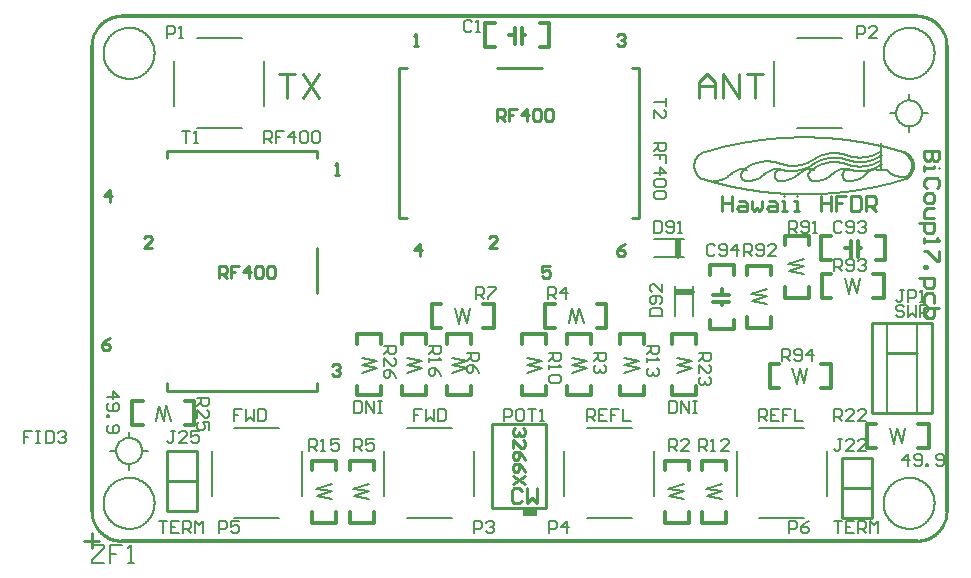
<source format=gto>
*%FSLAX24Y24*%
*%MOIN*%
G01*
%ADD11C,0.0000*%
%ADD12C,0.0040*%
%ADD13C,0.0050*%
%ADD14C,0.0060*%
%ADD15C,0.0073*%
%ADD16C,0.0080*%
%ADD17C,0.0100*%
%ADD18C,0.0120*%
%ADD19C,0.0160*%
%ADD20C,0.0200*%
%ADD21C,0.0200*%
%ADD22C,0.0240*%
%ADD23C,0.0250*%
%ADD24C,0.0300*%
%ADD25C,0.0320*%
%ADD26C,0.0340*%
%ADD27C,0.0360*%
%ADD28C,0.0394*%
%ADD29C,0.0400*%
%ADD30C,0.0434*%
%ADD31C,0.0480*%
%ADD32C,0.0500*%
%ADD33C,0.0520*%
%ADD34C,0.0560*%
%ADD35C,0.0620*%
%ADD36C,0.0650*%
%ADD37C,0.0660*%
%ADD38C,0.0670*%
%ADD39C,0.0680*%
%ADD40C,0.0700*%
%ADD41C,0.0740*%
%ADD42C,0.0827*%
%ADD43C,0.0850*%
%ADD44C,0.0870*%
%ADD45C,0.1000*%
%ADD46C,0.1040*%
%ADD47C,0.1250*%
%ADD48C,0.1600*%
%ADD49C,0.1640*%
%ADD50C,0.2250*%
%ADD51R,0.0400X0.0400*%
%ADD52R,0.0400X0.0500*%
%ADD53R,0.0440X0.0540*%
%ADD54R,0.0450X0.0300*%
%ADD55R,0.0500X0.0400*%
%ADD56R,0.0500X0.0500*%
%ADD57R,0.0500X0.0600*%
%ADD58R,0.0540X0.0440*%
%ADD59R,0.0600X0.0500*%
%ADD60R,0.0600X0.0600*%
%ADD61R,0.0600X0.0700*%
%ADD62R,0.0640X0.0640*%
%ADD63R,0.0640X0.0740*%
%ADD64R,0.0700X0.0600*%
%ADD65R,0.0700X0.0700*%
%ADD66R,0.0740X0.0640*%
%ADD67R,0.0740X0.0740*%
%ADD68R,0.1000X0.1000*%
%ADD69R,0.1000X0.1000*%
%ADD70R,0.1040X0.1040*%
D13*
X51039Y44111D02*
X51063Y44134D01*
X51089Y44155D01*
X51116Y44175D01*
X51145Y44193D01*
X51174Y44208D01*
X51204Y44222D01*
X51236Y44234D01*
X51268Y44244D01*
X51300Y44251D01*
X51333Y44257D01*
X51367Y44260D01*
X51400Y44261D01*
X51723Y44242D02*
X51744Y44218D01*
X51766Y44194D01*
X51789Y44172D01*
X51813Y44151D01*
X51839Y44131D01*
X51865Y44112D01*
X51893Y44095D01*
X51921Y44079D01*
X51950Y44065D01*
X51979Y44052D01*
X52009Y44041D01*
X52040Y44031D01*
X52071Y44023D01*
X52103Y44016D01*
X52135Y44011D01*
X52167Y44007D01*
X52199Y44005D01*
X52231Y44005D01*
X52263Y44006D01*
X52296Y44009D01*
X52327Y44014D01*
X52359Y44020D01*
X52390Y44028D01*
X52421Y44037D01*
X52452Y44048D01*
X52481Y44061D01*
X52511Y44075D01*
X49279Y44434D02*
X49252Y44415D01*
X49223Y44396D01*
X49195Y44378D01*
X49166Y44360D01*
X49136Y44344D01*
X49106Y44328D01*
X49075Y44314D01*
X49044Y44300D01*
X49013Y44286D01*
X48981Y44274D01*
X48950Y44263D01*
X48917Y44252D01*
X48885Y44243D01*
X48852Y44234D01*
X48819Y44226D01*
X48786Y44219D01*
X48752Y44213D01*
X48719Y44208D01*
X48685Y44203D01*
X48651Y44200D01*
X48618Y44198D01*
X48584Y44196D01*
X48550Y44196D01*
X48516Y44196D01*
X48482Y44197D01*
X48448Y44199D01*
X48414Y44202D01*
X48381Y44206D01*
X48347Y44211D01*
X48314Y44217D01*
X48280Y44224D01*
X48247Y44231D01*
X48215Y44240D01*
X48182Y44249D01*
X48150Y44260D01*
X48118Y44271D01*
X49236Y44556D02*
X49263Y44575D01*
X49292Y44594D01*
X49320Y44612D01*
X49349Y44630D01*
X49379Y44646D01*
X49409Y44662D01*
X49440Y44676D01*
X49471Y44690D01*
X49502Y44704D01*
X49534Y44716D01*
X49565Y44727D01*
X49598Y44738D01*
X49630Y44747D01*
X49663Y44756D01*
X49696Y44764D01*
X49729Y44771D01*
X49763Y44777D01*
X49796Y44782D01*
X49830Y44787D01*
X49864Y44790D01*
X49897Y44792D01*
X49931Y44794D01*
X49965Y44794D01*
X49999Y44794D01*
X50033Y44793D01*
X50067Y44791D01*
X50101Y44788D01*
X50134Y44784D01*
X50168Y44779D01*
X50201Y44773D01*
X50235Y44766D01*
X50268Y44759D01*
X50300Y44750D01*
X50333Y44741D01*
X50365Y44730D01*
X50397Y44719D01*
Y44569D02*
X50365Y44580D01*
X50333Y44591D01*
X50300Y44600D01*
X50268Y44609D01*
X50235Y44616D01*
X50201Y44623D01*
X50168Y44629D01*
X50134Y44634D01*
X50101Y44638D01*
X50067Y44641D01*
X50033Y44643D01*
X49999Y44644D01*
X49965Y44644D01*
X49931Y44644D01*
X49897Y44642D01*
X49864Y44640D01*
X49830Y44637D01*
X49796Y44632D01*
X49763Y44627D01*
X49729Y44621D01*
X49696Y44614D01*
X49663Y44606D01*
X49630Y44597D01*
X49598Y44588D01*
X49565Y44577D01*
X49534Y44566D01*
X49502Y44554D01*
X49471Y44540D01*
X49440Y44526D01*
X49409Y44512D01*
X49379Y44496D01*
X49349Y44480D01*
X49320Y44462D01*
X49292Y44444D01*
X49263Y44425D01*
X49236Y44406D01*
Y44256D02*
X49263Y44275D01*
X49292Y44294D01*
X49320Y44312D01*
X49349Y44330D01*
X49379Y44346D01*
X49409Y44362D01*
X49440Y44376D01*
X49471Y44390D01*
X49502Y44404D01*
X49534Y44416D01*
X49565Y44427D01*
X49598Y44438D01*
X49630Y44447D01*
X49663Y44456D01*
X49696Y44464D01*
X49729Y44471D01*
X49763Y44477D01*
X49796Y44482D01*
X49830Y44487D01*
X49864Y44490D01*
X49897Y44492D01*
X49931Y44494D01*
X49965Y44494D01*
X49999Y44494D01*
X50033Y44493D01*
X50067Y44491D01*
X50101Y44488D01*
X50134Y44484D01*
X50168Y44479D01*
X50201Y44473D01*
X50235Y44466D01*
X50268Y44459D01*
X50300Y44450D01*
X50333Y44441D01*
X50365Y44430D01*
X50397Y44419D01*
X50393Y44271D02*
X50425Y44260D01*
X50457Y44249D01*
X50490Y44240D01*
X50522Y44231D01*
X50555Y44224D01*
X50589Y44217D01*
X50622Y44211D01*
X50656Y44206D01*
X50689Y44202D01*
X50723Y44199D01*
X50757Y44197D01*
X50791Y44196D01*
X50825Y44196D01*
X50859Y44196D01*
X50893Y44198D01*
X50926Y44200D01*
X50960Y44203D01*
X50994Y44208D01*
X51027Y44213D01*
X51061Y44219D01*
X51094Y44226D01*
X51127Y44234D01*
X51160Y44243D01*
X51192Y44252D01*
X51225Y44263D01*
X51256Y44274D01*
X51288Y44286D01*
X51319Y44300D01*
X51350Y44314D01*
X51381Y44328D01*
X51411Y44344D01*
X51441Y44360D01*
X51470Y44378D01*
X51498Y44396D01*
X51527Y44415D01*
X51554Y44434D01*
Y44884D02*
X51527Y44865D01*
X51498Y44846D01*
X51470Y44828D01*
X51441Y44810D01*
X51411Y44794D01*
X51381Y44778D01*
X51350Y44764D01*
X51319Y44750D01*
X51288Y44736D01*
X51256Y44724D01*
X51225Y44713D01*
X51192Y44702D01*
X51160Y44693D01*
X51127Y44684D01*
X51094Y44676D01*
X51061Y44669D01*
X51027Y44663D01*
X50994Y44658D01*
X50960Y44653D01*
X50926Y44650D01*
X50893Y44648D01*
X50859Y44646D01*
X50825Y44646D01*
X50791Y44646D01*
X50757Y44647D01*
X50723Y44649D01*
X50689Y44652D01*
X50656Y44656D01*
X50622Y44661D01*
X50589Y44667D01*
X50555Y44674D01*
X50522Y44681D01*
X50490Y44690D01*
X50457Y44699D01*
X50425Y44710D01*
X50393Y44721D01*
Y44571D02*
X50425Y44560D01*
X50457Y44549D01*
X50490Y44540D01*
X50522Y44531D01*
X50555Y44524D01*
X50589Y44517D01*
X50622Y44511D01*
X50656Y44506D01*
X50689Y44502D01*
X50723Y44499D01*
X50757Y44497D01*
X50791Y44496D01*
X50825Y44496D01*
X50859Y44496D01*
X50893Y44498D01*
X50926Y44500D01*
X50960Y44503D01*
X50994Y44508D01*
X51027Y44513D01*
X51061Y44519D01*
X51094Y44526D01*
X51127Y44534D01*
X51160Y44543D01*
X51192Y44552D01*
X51225Y44563D01*
X51256Y44574D01*
X51288Y44586D01*
X51319Y44600D01*
X51350Y44614D01*
X51381Y44628D01*
X51411Y44644D01*
X51441Y44660D01*
X51470Y44678D01*
X51498Y44696D01*
X51527Y44715D01*
X51554Y44734D01*
Y44584D02*
X51527Y44565D01*
X51498Y44546D01*
X51470Y44528D01*
X51441Y44510D01*
X51411Y44494D01*
X51381Y44478D01*
X51350Y44464D01*
X51319Y44450D01*
X51288Y44436D01*
X51256Y44424D01*
X51225Y44413D01*
X51192Y44402D01*
X51160Y44393D01*
X51127Y44384D01*
X51094Y44376D01*
X51061Y44369D01*
X51027Y44363D01*
X50994Y44358D01*
X50960Y44353D01*
X50926Y44350D01*
X50893Y44348D01*
X50859Y44346D01*
X50825Y44346D01*
X50791Y44346D01*
X50757Y44347D01*
X50723Y44349D01*
X50689Y44352D01*
X50656Y44356D01*
X50622Y44361D01*
X50589Y44367D01*
X50555Y44374D01*
X50522Y44381D01*
X50490Y44390D01*
X50457Y44399D01*
X50425Y44410D01*
X50393Y44421D01*
X52238Y44827D02*
X52271Y44815D01*
X52302Y44801D01*
X52332Y44784D01*
X52361Y44766D01*
X52389Y44746D01*
X52415Y44723D01*
X52439Y44699D01*
X52462Y44673D01*
X52483Y44646D01*
X52501Y44617D01*
X52518Y44587D01*
X52532Y44556D01*
X52545Y44524D01*
X52555Y44491D01*
X52562Y44457D01*
X52567Y44424D01*
X52570Y44389D01*
X52570Y44355D01*
X52567Y44321D01*
X52563Y44287D01*
X52556Y44253D01*
X52546Y44220D01*
X52534Y44188D01*
X52520Y44157D01*
X52504Y44126D01*
X52485Y44097D01*
X52465Y44070D01*
X52442Y44044D01*
X52418Y44020D01*
X52392Y43997D01*
X51066Y44120D02*
X51042Y44097D01*
X51018Y44075D01*
X50993Y44053D01*
X50967Y44033D01*
X50941Y44014D01*
X50913Y43995D01*
X50885Y43978D01*
X50857Y43962D01*
X50827Y43947D01*
X50797Y43934D01*
X50767Y43921D01*
X50736Y43910D01*
X50705Y43899D01*
X50673Y43890D01*
X50641Y43883D01*
X50609Y43876D01*
X50576Y43871D01*
X50544Y43867D01*
X50511Y43865D01*
X50478Y43863D01*
X50445Y43863D01*
X50440Y43860D02*
X50407Y43863D01*
X50375Y43871D01*
X50345Y43885D01*
X50318Y43904D01*
X50294Y43928D01*
X50275Y43955D01*
X50261Y43985D01*
X50253Y44017D01*
X50250Y44050D01*
X50253Y44083D01*
X50261Y44115D01*
X50275Y44145D01*
X50294Y44172D01*
X50318Y44196D01*
X50345Y44215D01*
X50375Y44229D01*
X50407Y44237D01*
X50440Y44240D01*
X48180D02*
X48147Y44237D01*
X48115Y44229D01*
X48085Y44215D01*
X48058Y44196D01*
X48034Y44172D01*
X48015Y44145D01*
X48001Y44115D01*
X47993Y44083D01*
X47990Y44050D01*
X47993Y44017D01*
X48001Y43985D01*
X48015Y43955D01*
X48034Y43928D01*
X48058Y43904D01*
X48085Y43885D01*
X48115Y43871D01*
X48147Y43863D01*
X48180Y43860D01*
X48185Y43868D02*
X48218Y43868D01*
X48251Y43870D01*
X48284Y43872D01*
X48316Y43876D01*
X48349Y43881D01*
X48381Y43888D01*
X48413Y43895D01*
X48445Y43904D01*
X48476Y43915D01*
X48507Y43926D01*
X48537Y43939D01*
X48567Y43952D01*
X48597Y43967D01*
X48625Y43983D01*
X48653Y44000D01*
X48681Y44019D01*
X48707Y44038D01*
X48733Y44058D01*
X48758Y44080D01*
X48782Y44102D01*
X48806Y44125D01*
X48172Y44244D02*
X48138Y44252D01*
X48102Y44257D01*
X48067Y44260D01*
X48031Y44261D01*
X47995Y44259D01*
X47960Y44255D01*
X47925Y44248D01*
X47891Y44239D01*
X47857Y44227D01*
X47824Y44213D01*
X47792Y44197D01*
X47762Y44179D01*
X47732Y44158D01*
X47705Y44136D01*
X47679Y44111D01*
X47676Y44120D02*
X47652Y44097D01*
X47628Y44075D01*
X47603Y44053D01*
X47577Y44033D01*
X47551Y44014D01*
X47523Y43995D01*
X47495Y43978D01*
X47467Y43962D01*
X47437Y43947D01*
X47407Y43934D01*
X47377Y43921D01*
X47346Y43910D01*
X47315Y43899D01*
X47283Y43890D01*
X47251Y43883D01*
X47219Y43876D01*
X47186Y43871D01*
X47154Y43867D01*
X47121Y43865D01*
X47088Y43863D01*
X47055Y43863D01*
X47060Y43860D02*
X47027Y43863D01*
X46995Y43871D01*
X46965Y43885D01*
X46938Y43904D01*
X46914Y43928D01*
X46895Y43955D01*
X46881Y43985D01*
X46873Y44017D01*
X46870Y44050D01*
X46873Y44083D01*
X46881Y44115D01*
X46895Y44145D01*
X46914Y44172D01*
X46938Y44196D01*
X46965Y44215D01*
X46995Y44229D01*
X47027Y44237D01*
X47060Y44240D01*
X47047Y44244D02*
X47012Y44252D01*
X46977Y44257D01*
X46942Y44260D01*
X46906Y44261D01*
X46870Y44259D01*
X46835Y44255D01*
X46800Y44248D01*
X46766Y44239D01*
X46732Y44227D01*
X46699Y44213D01*
X46667Y44197D01*
X46637Y44179D01*
X46607Y44158D01*
X46580Y44136D01*
X46554Y44111D01*
X46551Y44120D02*
X46527Y44097D01*
X46503Y44075D01*
X46478Y44053D01*
X46452Y44033D01*
X46426Y44014D01*
X46398Y43995D01*
X46370Y43978D01*
X46342Y43962D01*
X46312Y43947D01*
X46282Y43934D01*
X46252Y43921D01*
X46221Y43910D01*
X46190Y43899D01*
X46158Y43890D01*
X46126Y43883D01*
X46094Y43876D01*
X46061Y43871D01*
X46029Y43867D01*
X45996Y43865D01*
X45963Y43863D01*
X45930Y43863D01*
X48804Y44111D02*
X48830Y44136D01*
X48857Y44158D01*
X48887Y44179D01*
X48917Y44197D01*
X48949Y44213D01*
X48982Y44227D01*
X49016Y44239D01*
X49050Y44248D01*
X49085Y44255D01*
X49120Y44259D01*
X49156Y44261D01*
X49192Y44260D01*
X49227Y44257D01*
X49262Y44252D01*
X49297Y44244D01*
X49305Y44240D02*
X49272Y44237D01*
X49240Y44229D01*
X49210Y44215D01*
X49183Y44196D01*
X49159Y44172D01*
X49140Y44145D01*
X49126Y44115D01*
X49118Y44083D01*
X49115Y44050D01*
X49118Y44017D01*
X49126Y43985D01*
X49140Y43955D01*
X49159Y43928D01*
X49183Y43904D01*
X49210Y43885D01*
X49240Y43871D01*
X49272Y43863D01*
X49305Y43860D01*
X49305Y43863D02*
X49338Y43863D01*
X49371Y43865D01*
X49404Y43867D01*
X49436Y43871D01*
X49469Y43876D01*
X49501Y43883D01*
X49533Y43890D01*
X49565Y43899D01*
X49596Y43910D01*
X49627Y43921D01*
X49657Y43934D01*
X49687Y43947D01*
X49717Y43962D01*
X49745Y43978D01*
X49773Y43995D01*
X49801Y44014D01*
X49827Y44033D01*
X49853Y44053D01*
X49878Y44075D01*
X49902Y44097D01*
X49926Y44120D01*
X49929Y44111D02*
X49955Y44136D01*
X49982Y44158D01*
X50012Y44179D01*
X50042Y44197D01*
X50074Y44213D01*
X50107Y44227D01*
X50141Y44239D01*
X50175Y44248D01*
X50210Y44255D01*
X50245Y44259D01*
X50281Y44261D01*
X50317Y44260D01*
X50352Y44257D01*
X50388Y44252D01*
X50422Y44244D01*
X49324Y44609D02*
X49297Y44590D01*
X49268Y44571D01*
X49240Y44553D01*
X49211Y44535D01*
X49181Y44519D01*
X49151Y44503D01*
X49120Y44489D01*
X49089Y44475D01*
X49058Y44461D01*
X49026Y44449D01*
X48995Y44438D01*
X48962Y44427D01*
X48930Y44418D01*
X48897Y44409D01*
X48864Y44401D01*
X48831Y44394D01*
X48797Y44388D01*
X48764Y44383D01*
X48730Y44378D01*
X48696Y44375D01*
X48663Y44373D01*
X48629Y44371D01*
X48595Y44371D01*
X48561Y44371D01*
X48527Y44372D01*
X48493Y44374D01*
X48459Y44377D01*
X48426Y44381D01*
X48392Y44386D01*
X48359Y44392D01*
X48325Y44399D01*
X48292Y44406D01*
X48260Y44415D01*
X48227Y44424D01*
X48195Y44435D01*
X48163Y44446D01*
X48167Y44444D02*
X48135Y44455D01*
X48103Y44466D01*
X48070Y44475D01*
X48038Y44484D01*
X48005Y44491D01*
X47971Y44498D01*
X47938Y44504D01*
X47904Y44509D01*
X47871Y44513D01*
X47837Y44516D01*
X47803Y44518D01*
X47769Y44519D01*
X47735Y44519D01*
X47701Y44519D01*
X47667Y44517D01*
X47634Y44515D01*
X47600Y44512D01*
X47566Y44507D01*
X47533Y44502D01*
X47499Y44496D01*
X47466Y44489D01*
X47433Y44481D01*
X47400Y44472D01*
X47368Y44463D01*
X47335Y44452D01*
X47304Y44441D01*
X47272Y44429D01*
X47241Y44415D01*
X47210Y44401D01*
X47179Y44387D01*
X47149Y44371D01*
X47119Y44355D01*
X47090Y44337D01*
X47062Y44319D01*
X47033Y44300D01*
X47006Y44281D01*
X51540Y44245D02*
Y45140D01*
X51395Y44245D02*
X51720D01*
D14*
X52220Y39720D02*
X52287Y39653D01*
X52220Y39720D02*
X52087D01*
X52020Y39653D01*
Y39587D01*
X52087Y39520D01*
X52220D01*
X52287Y39453D01*
Y39387D01*
X52220Y39320D01*
X52087D01*
X52020Y39387D01*
X52420Y39320D02*
Y39720D01*
X52553Y39453D02*
X52420Y39320D01*
X52553Y39453D02*
X52686Y39320D01*
Y39720D01*
X52820D02*
Y39320D01*
Y39720D02*
X53020D01*
X53086Y39653D01*
Y39520D01*
X53020Y39453D01*
X52820D01*
X52953D02*
X53086Y39320D01*
X52287Y40220D02*
X52153D01*
X52220D01*
Y39887D01*
X52153Y39820D01*
X52087D01*
X52020Y39887D01*
X52420Y39820D02*
Y40220D01*
X52620D01*
X52686Y40153D01*
Y40020D01*
X52620Y39953D01*
X52420D01*
X52820Y39820D02*
X52953D01*
X52886D01*
Y40220D01*
X52887D01*
X52886D02*
X52820Y40153D01*
X50720Y48620D02*
Y49020D01*
X50920D01*
X50987Y48953D01*
Y48820D01*
X50920Y48753D01*
X50720D01*
X51120Y48620D02*
X51386D01*
X51120D02*
X51386Y48887D01*
Y48953D01*
X51320Y49020D01*
X51187D01*
X51120Y48953D01*
X37887Y49153D02*
X37820Y49220D01*
X37687D01*
X37620Y49153D01*
Y48887D01*
X37687Y48820D01*
X37820D01*
X37887Y48887D01*
X38020Y48820D02*
X38153D01*
X38087D01*
Y49220D01*
X38088D01*
X38087D02*
X38020Y49153D01*
X43970Y45120D02*
X44370D01*
Y44920D01*
X44303Y44853D01*
X44170D01*
X44103Y44920D01*
Y45120D01*
Y44987D02*
X43970Y44853D01*
X44370Y44720D02*
Y44454D01*
Y44720D02*
X44170D01*
Y44587D01*
Y44720D01*
X43970D01*
Y44120D02*
X44370D01*
X44170Y44320D01*
Y44054D01*
X44303Y43920D02*
X44370Y43854D01*
Y43720D01*
X44303Y43654D01*
X44037D01*
X43970Y43720D01*
Y43854D01*
X44037Y43920D01*
X44303D01*
Y43521D02*
X44370Y43454D01*
Y43321D01*
X44303Y43254D01*
X44037D01*
X43970Y43321D01*
Y43454D01*
X44037Y43521D01*
X44303D01*
X44370Y46353D02*
Y46620D01*
Y46487D02*
Y46353D01*
Y46487D02*
X43970D01*
Y46220D02*
Y45954D01*
Y46220D02*
X44237Y45954D01*
X44303D01*
X44370Y46020D01*
Y46153D01*
X44303Y46220D01*
X37970Y32520D02*
Y32120D01*
Y32520D02*
X38170D01*
X38237Y32453D01*
Y32320D01*
X38170Y32253D01*
X37970D01*
X38370Y32453D02*
X38437Y32520D01*
X38570D01*
X38636Y32453D01*
Y32387D01*
X38637D01*
X38636D02*
X38637D01*
X38636D02*
X38637D01*
X38636D02*
X38570Y32320D01*
X38503D01*
X38570D01*
X38636Y32253D01*
Y32187D01*
X38570Y32120D01*
X38437D01*
X38370Y32187D01*
X38970Y35870D02*
Y36270D01*
X39170D01*
X39237Y36203D01*
Y36070D01*
X39170Y36003D01*
X38970D01*
X39437Y36270D02*
X39570D01*
X39437D02*
X39370Y36203D01*
Y35937D01*
X39437Y35870D01*
X39570D01*
X39636Y35937D01*
Y36203D01*
X39570Y36270D01*
X39770D02*
X40036D01*
X39903D01*
Y35870D01*
X40170D02*
X40303D01*
X40236D01*
Y36270D01*
X40237D01*
X40236D02*
X40170Y36203D01*
X40470Y38120D02*
X40870D01*
Y37920D01*
X40803Y37853D01*
X40670D01*
X40603Y37920D01*
Y38120D01*
Y37987D02*
X40470Y37853D01*
Y37720D02*
Y37587D01*
Y37653D01*
X40870D01*
X40871D01*
X40870D02*
X40803Y37720D01*
Y37387D02*
X40870Y37320D01*
Y37187D01*
X40803Y37120D01*
X40537D01*
X40470Y37187D01*
Y37320D01*
X40537Y37387D01*
X40803D01*
X41970Y38120D02*
X42370D01*
Y37920D01*
X42303Y37853D01*
X42170D01*
X42103Y37920D01*
Y38120D01*
Y37987D02*
X41970Y37853D01*
X42303Y37720D02*
X42370Y37653D01*
Y37520D01*
X42303Y37454D01*
X42237D01*
X42238D01*
X42237D02*
X42238D01*
X42237D02*
X42238D01*
X42237D02*
X42170Y37520D01*
Y37587D01*
Y37520D01*
X42103Y37454D01*
X42037D01*
X41970Y37520D01*
Y37653D01*
X42037Y37720D01*
X43720Y38370D02*
X44120D01*
Y38170D01*
X44053Y38103D01*
X43920D01*
X43853Y38170D01*
Y38370D01*
Y38237D02*
X43720Y38103D01*
Y37970D02*
Y37837D01*
Y37903D01*
X44120D01*
X44121D01*
X44120D02*
X44053Y37970D01*
Y37637D02*
X44120Y37570D01*
Y37437D01*
X44053Y37370D01*
X43987D01*
X43988D01*
X43987D02*
X43988D01*
X43987D02*
X43988D01*
X43987D02*
X43920Y37437D01*
Y37504D01*
Y37437D01*
X43853Y37370D01*
X43787D01*
X43720Y37437D01*
Y37570D01*
X43787Y37637D01*
X44470Y36520D02*
Y36120D01*
X44670D01*
X44737Y36187D01*
Y36453D01*
X44670Y36520D01*
X44470D01*
X44870D02*
Y36120D01*
X45136D02*
X44870Y36520D01*
X45136D02*
Y36120D01*
X45270Y36520D02*
X45403D01*
X45336D01*
Y36120D01*
X45270D01*
X45403D01*
X45470Y38120D02*
X45870D01*
Y37920D01*
X45803Y37853D01*
X45670D01*
X45603Y37920D01*
Y38120D01*
Y37987D02*
X45470Y37853D01*
Y37720D02*
Y37454D01*
Y37720D02*
X45737Y37454D01*
X45803D01*
X45870Y37520D01*
Y37653D01*
X45803Y37720D01*
Y37320D02*
X45870Y37254D01*
Y37120D01*
X45803Y37054D01*
X45737D01*
X45738D01*
X45737D02*
X45738D01*
X45737D02*
X45738D01*
X45737D02*
X45670Y37120D01*
Y37187D01*
Y37120D01*
X45603Y37054D01*
X45537D01*
X45470Y37120D01*
Y37254D01*
X45537Y37320D01*
X44220Y39370D02*
X43820D01*
X44220D02*
Y39570D01*
X44153Y39637D01*
X43887D01*
X43820Y39570D01*
Y39370D01*
X44153Y39770D02*
X44220Y39837D01*
Y39970D01*
X44153Y40036D01*
X43887D01*
X43820Y39970D01*
Y39837D01*
X43887Y39770D01*
X43953D01*
X44020Y39837D01*
Y40036D01*
X44220Y40170D02*
Y40436D01*
Y40170D02*
X43953Y40436D01*
X43887D01*
X43820Y40370D01*
Y40236D01*
X43887Y40170D01*
X45920Y41770D02*
X45987Y41703D01*
X45920Y41770D02*
X45787D01*
X45720Y41703D01*
Y41437D01*
X45787Y41370D01*
X45920D01*
X45987Y41437D01*
X46120D02*
X46187Y41370D01*
X46320D01*
X46386Y41437D01*
Y41703D01*
X46320Y41770D01*
X46187D01*
X46120Y41703D01*
Y41637D01*
X46187Y41570D01*
X46386D01*
X46720Y41370D02*
Y41770D01*
X46520Y41570D01*
X46786D01*
X46970Y41370D02*
Y41770D01*
X47170D01*
X47237Y41703D01*
Y41570D01*
X47170Y41503D01*
X46970D01*
X47103D02*
X47237Y41370D01*
X47370Y41437D02*
X47437Y41370D01*
X47570D01*
X47636Y41437D01*
Y41703D01*
X47570Y41770D01*
X47437D01*
X47370Y41703D01*
Y41637D01*
X47437Y41570D01*
X47636D01*
X47770Y41370D02*
X48036D01*
X47770D02*
X48036Y41637D01*
Y41703D01*
X47970Y41770D01*
X47836D01*
X47770Y41703D01*
X48470Y42120D02*
Y42520D01*
X48670D01*
X48737Y42453D01*
Y42320D01*
X48670Y42253D01*
X48470D01*
X48603D02*
X48737Y42120D01*
X48870Y42187D02*
X48937Y42120D01*
X49070D01*
X49136Y42187D01*
Y42453D01*
X49070Y42520D01*
X48937D01*
X48870Y42453D01*
Y42387D01*
X48937Y42320D01*
X49136D01*
X49270Y42120D02*
X49403D01*
X49336D01*
Y42520D01*
X49337D01*
X49336D02*
X49270Y42453D01*
X50170Y42520D02*
X50237Y42453D01*
X50170Y42520D02*
X50037D01*
X49970Y42453D01*
Y42187D01*
X50037Y42120D01*
X50170D01*
X50237Y42187D01*
X50370D02*
X50437Y42120D01*
X50570D01*
X50636Y42187D01*
Y42453D01*
X50570Y42520D01*
X50437D01*
X50370Y42453D01*
Y42387D01*
X50437Y42320D01*
X50636D01*
X50770Y42453D02*
X50836Y42520D01*
X50970D01*
X51036Y42453D01*
Y42387D01*
X51037D01*
X51036D02*
X51037D01*
X51036D02*
X51037D01*
X51036D02*
X50970Y42320D01*
X50903D01*
X50970D01*
X51036Y42253D01*
Y42187D01*
X50970Y42120D01*
X50836D01*
X50770Y42187D01*
X49970Y41270D02*
Y40870D01*
Y41270D02*
X50170D01*
X50237Y41203D01*
Y41070D01*
X50170Y41003D01*
X49970D01*
X50103D02*
X50237Y40870D01*
X50370Y40937D02*
X50437Y40870D01*
X50570D01*
X50636Y40937D01*
Y41203D01*
X50570Y41270D01*
X50437D01*
X50370Y41203D01*
Y41137D01*
X50437Y41070D01*
X50636D01*
X50770Y41203D02*
X50836Y41270D01*
X50970D01*
X51036Y41203D01*
Y41137D01*
X51037D01*
X51036D02*
X51037D01*
X51036D02*
X51037D01*
X51036D02*
X50970Y41070D01*
X50903D01*
X50970D01*
X51036Y41003D01*
Y40937D01*
X50970Y40870D01*
X50836D01*
X50770Y40937D01*
X52420Y34770D02*
Y34370D01*
X52220Y34570D02*
X52420Y34770D01*
X52487Y34570D02*
X52220D01*
X52620Y34437D02*
X52687Y34370D01*
X52820D01*
X52886Y34437D01*
Y34703D01*
X52820Y34770D01*
X52687D01*
X52620Y34703D01*
Y34637D01*
X52687Y34570D01*
X52886D01*
X53020Y34437D02*
Y34370D01*
Y34437D02*
X53086D01*
Y34370D01*
X53020D01*
X53353Y34437D02*
X53420Y34370D01*
X53553D01*
X53620Y34437D01*
Y34703D01*
X53553Y34770D01*
X53420D01*
X53353Y34703D01*
Y34637D01*
X53420Y34570D01*
X53620D01*
X49970Y35870D02*
Y36270D01*
X50170D01*
X50237Y36203D01*
Y36070D01*
X50170Y36003D01*
X49970D01*
X50103D02*
X50237Y35870D01*
X50370D02*
X50636D01*
X50370D02*
X50636Y36137D01*
Y36203D01*
X50570Y36270D01*
X50437D01*
X50370Y36203D01*
X50770Y35870D02*
X51036D01*
X50770D02*
X51036Y36137D01*
Y36203D01*
X50970Y36270D01*
X50836D01*
X50770Y36203D01*
X50237Y32520D02*
X49970D01*
X50103D02*
X50237D01*
X50103D02*
Y32120D01*
X50370Y32520D02*
X50636D01*
X50370D02*
Y32120D01*
X50636D01*
X50503Y32320D02*
X50370D01*
X50770Y32120D02*
Y32520D01*
X50970D01*
X51036Y32453D01*
Y32320D01*
X50970Y32253D01*
X50770D01*
X50903D02*
X51036Y32120D01*
X51170D02*
Y32520D01*
X51303Y32387D01*
X51436Y32520D01*
Y32120D01*
X50237Y35270D02*
X50103D01*
X50170D01*
Y34937D01*
X50103Y34870D01*
X50037D01*
X49970Y34937D01*
X50370Y34870D02*
X50636D01*
X50370D02*
X50636Y35137D01*
Y35203D01*
X50570Y35270D01*
X50437D01*
X50370Y35203D01*
X50770Y34870D02*
X51036D01*
X50770D02*
X51036Y35137D01*
Y35203D01*
X50970Y35270D01*
X50836D01*
X50770Y35203D01*
X47470Y35870D02*
Y36270D01*
X47670D01*
X47737Y36203D01*
Y36070D01*
X47670Y36003D01*
X47470D01*
X47603D02*
X47737Y35870D01*
X47870Y36270D02*
X48136D01*
X47870D02*
Y35870D01*
X48136D01*
X48003Y36070D02*
X47870D01*
X48270Y36270D02*
X48536D01*
X48270D02*
Y36070D01*
X48403D01*
X48270D01*
Y35870D01*
X48670D02*
Y36270D01*
Y35870D02*
X48936D01*
X48470Y32520D02*
Y32120D01*
Y32520D02*
X48670D01*
X48737Y32453D01*
Y32320D01*
X48670Y32253D01*
X48470D01*
X49003Y32453D02*
X49136Y32520D01*
X49003Y32453D02*
X48870Y32320D01*
Y32187D01*
X48937Y32120D01*
X49070D01*
X49136Y32187D01*
Y32253D01*
X49070Y32320D01*
X48870D01*
X45470Y34870D02*
Y35270D01*
X45670D01*
X45737Y35203D01*
Y35070D01*
X45670Y35003D01*
X45470D01*
X45603D02*
X45737Y34870D01*
X45870D02*
X46003D01*
X45937D01*
Y35270D01*
X45938D01*
X45937D02*
X45870Y35203D01*
X46203Y34870D02*
X46470D01*
X46203D02*
X46470Y35137D01*
Y35203D01*
X46403Y35270D01*
X46270D01*
X46203Y35203D01*
X44470Y35270D02*
Y34870D01*
Y35270D02*
X44670D01*
X44737Y35203D01*
Y35070D01*
X44670Y35003D01*
X44470D01*
X44603D02*
X44737Y34870D01*
X44870D02*
X45136D01*
X44870D02*
X45136Y35137D01*
Y35203D01*
X45070Y35270D01*
X44937D01*
X44870Y35203D01*
X40470Y32520D02*
Y32120D01*
Y32520D02*
X40670D01*
X40737Y32453D01*
Y32320D01*
X40670Y32253D01*
X40470D01*
X41070Y32120D02*
Y32520D01*
X40870Y32320D01*
X41136D01*
X40420Y39920D02*
Y40320D01*
X40620D01*
X40687Y40253D01*
Y40120D01*
X40620Y40053D01*
X40420D01*
X40553D02*
X40687Y39920D01*
X41020D02*
Y40320D01*
X40820Y40120D01*
X41086D01*
X43970Y42120D02*
Y42520D01*
Y42120D02*
X44170D01*
X44237Y42187D01*
Y42453D01*
X44170Y42520D01*
X43970D01*
X44370Y42187D02*
X44437Y42120D01*
X44570D01*
X44636Y42187D01*
Y42453D01*
X44570Y42520D01*
X44437D01*
X44370Y42453D01*
Y42387D01*
X44437Y42320D01*
X44636D01*
X44770Y42120D02*
X44903D01*
X44836D01*
Y42520D01*
X44837D01*
X44836D02*
X44770Y42453D01*
X38020Y40320D02*
Y39920D01*
Y40320D02*
X38220D01*
X38287Y40253D01*
Y40120D01*
X38220Y40053D01*
X38020D01*
X38153D02*
X38287Y39920D01*
X38420Y40320D02*
X38686D01*
Y40253D01*
X38420Y39987D01*
Y39920D01*
X38120Y38120D02*
X37720D01*
X38120D02*
Y37920D01*
X38053Y37853D01*
X37920D01*
X37853Y37920D01*
Y38120D01*
Y37987D02*
X37720Y37853D01*
X38053Y37587D02*
X38120Y37454D01*
X38053Y37587D02*
X37920Y37720D01*
X37787D01*
X37720Y37653D01*
Y37520D01*
X37787Y37454D01*
X37853D01*
X37920Y37520D01*
Y37720D01*
X48220Y37870D02*
Y38270D01*
X48420D01*
X48487Y38203D01*
Y38070D01*
X48420Y38003D01*
X48220D01*
X48353D02*
X48487Y37870D01*
X48620Y37937D02*
X48687Y37870D01*
X48820D01*
X48886Y37937D01*
Y38203D01*
X48820Y38270D01*
X48687D01*
X48620Y38203D01*
Y38137D01*
X48687Y38070D01*
X48886D01*
X49220Y37870D02*
Y38270D01*
X49020Y38070D01*
X49286D01*
X27720Y48620D02*
Y49020D01*
X27920D01*
X27987Y48953D01*
Y48820D01*
X27920Y48753D01*
X27720D01*
X28120Y48620D02*
X28253D01*
X28187D01*
Y49020D01*
X28188D01*
X28187D02*
X28120Y48953D01*
X25620Y31720D02*
X25220D01*
X25620D02*
Y31620D01*
X25220Y31220D01*
Y31120D01*
X25620D01*
X25820Y31720D02*
X26220D01*
X25820D02*
Y31420D01*
X26020D01*
X25820D01*
Y31120D01*
X26420D02*
X26620D01*
X26520D01*
Y31720D01*
X26521D01*
X26520D02*
X26420Y31620D01*
X23237Y35520D02*
X22970D01*
Y35320D01*
X23103D01*
X22970D01*
Y35120D01*
X23370Y35520D02*
X23503D01*
X23437D01*
Y35120D01*
X23370D01*
X23503D01*
X23703D02*
Y35520D01*
Y35120D02*
X23903D01*
X23970Y35187D01*
Y35453D01*
X23903Y35520D01*
X23703D01*
X24103Y35453D02*
X24170Y35520D01*
X24303D01*
X24370Y35453D01*
Y35387D01*
X24371D01*
X24370D02*
X24371D01*
X24370D02*
X24371D01*
X24370D02*
X24303Y35320D01*
X24236D01*
X24303D01*
X24370Y35253D01*
Y35187D01*
X24303Y35120D01*
X24170D01*
X24103Y35187D01*
X27470Y32520D02*
X27737D01*
X27603D01*
Y32120D01*
X27870Y32520D02*
X28136D01*
X27870D02*
Y32120D01*
X28136D01*
X28003Y32320D02*
X27870D01*
X28270Y32120D02*
Y32520D01*
X28470D01*
X28536Y32453D01*
Y32320D01*
X28470Y32253D01*
X28270D01*
X28403D02*
X28536Y32120D01*
X28670D02*
Y32520D01*
X28803Y32387D01*
X28936Y32520D01*
Y32120D01*
X27987Y35520D02*
X27853D01*
X27920D01*
Y35187D01*
X27853Y35120D01*
X27787D01*
X27720Y35187D01*
X28120Y35120D02*
X28386D01*
X28120D02*
X28386Y35387D01*
Y35453D01*
X28320Y35520D01*
X28187D01*
X28120Y35453D01*
X28520Y35520D02*
X28786D01*
X28520D02*
Y35320D01*
X28653Y35387D01*
X28720D01*
X28786Y35320D01*
Y35187D01*
X28720Y35120D01*
X28586D01*
X28520Y35187D01*
X26120Y36670D02*
X25720D01*
X25920Y36870D02*
X26120Y36670D01*
X25920Y36603D02*
Y36870D01*
X25787Y36470D02*
X25720Y36403D01*
Y36270D01*
X25787Y36204D01*
X26053D01*
X26120Y36270D01*
Y36403D01*
X26053Y36470D01*
X25987D01*
X25920Y36403D01*
Y36204D01*
X25787Y36070D02*
X25720D01*
X25787D02*
Y36004D01*
X25720D01*
Y36070D01*
X25787Y35737D02*
X25720Y35670D01*
Y35537D01*
X25787Y35470D01*
X26053D01*
X26120Y35537D01*
Y35670D01*
X26053Y35737D01*
X25987D01*
X25920Y35670D01*
Y35470D01*
X28720Y36620D02*
X29120D01*
Y36420D01*
X29053Y36353D01*
X28920D01*
X28853Y36420D01*
Y36620D01*
Y36487D02*
X28720Y36353D01*
Y36220D02*
Y35954D01*
Y36220D02*
X28987Y35954D01*
X29053D01*
X29120Y36020D01*
Y36153D01*
X29053Y36220D01*
X29120Y35820D02*
Y35554D01*
Y35820D02*
X28920D01*
X28987Y35687D01*
Y35620D01*
X28920Y35554D01*
X28787D01*
X28720Y35620D01*
Y35754D01*
X28787Y35820D01*
X29970Y36270D02*
X30237D01*
X29970D02*
Y36070D01*
X30103D01*
X29970D01*
Y35870D01*
X30370D02*
Y36270D01*
X30503Y36003D02*
X30370Y35870D01*
X30503Y36003D02*
X30636Y35870D01*
Y36270D01*
X30770D02*
Y35870D01*
X30970D01*
X31036Y35937D01*
Y36203D01*
X30970Y36270D01*
X30770D01*
X29470Y32520D02*
Y32120D01*
Y32520D02*
X29670D01*
X29737Y32453D01*
Y32320D01*
X29670Y32253D01*
X29470D01*
X29870Y32520D02*
X30136D01*
X29870D02*
Y32320D01*
X30003Y32387D01*
X30070D01*
X30136Y32320D01*
Y32187D01*
X30070Y32120D01*
X29937D01*
X29870Y32187D01*
X32470Y34870D02*
Y35270D01*
X32670D01*
X32737Y35203D01*
Y35070D01*
X32670Y35003D01*
X32470D01*
X32603D02*
X32737Y34870D01*
X32870D02*
X33003D01*
X32937D01*
Y35270D01*
X32938D01*
X32937D02*
X32870Y35203D01*
X33203Y35270D02*
X33470D01*
X33203D02*
Y35070D01*
X33336Y35137D01*
X33403D01*
X33470Y35070D01*
Y34937D01*
X33403Y34870D01*
X33270D01*
X33203Y34937D01*
X33970Y34870D02*
Y35270D01*
X34170D01*
X34237Y35203D01*
Y35070D01*
X34170Y35003D01*
X33970D01*
X34103D02*
X34237Y34870D01*
X34370Y35270D02*
X34636D01*
X34370D02*
Y35070D01*
X34503Y35137D01*
X34570D01*
X34636Y35070D01*
Y34937D01*
X34570Y34870D01*
X34437D01*
X34370Y34937D01*
X36470Y38370D02*
X36870D01*
Y38170D01*
X36803Y38103D01*
X36670D01*
X36603Y38170D01*
Y38370D01*
Y38237D02*
X36470Y38103D01*
Y37970D02*
Y37837D01*
Y37903D01*
X36870D01*
X36871D01*
X36870D02*
X36803Y37970D01*
Y37504D02*
X36870Y37370D01*
X36803Y37504D02*
X36670Y37637D01*
X36537D01*
X36470Y37570D01*
Y37437D01*
X36537Y37370D01*
X36603D01*
X36670Y37437D01*
Y37637D01*
X33970Y36520D02*
Y36120D01*
X34170D01*
X34237Y36187D01*
Y36453D01*
X34170Y36520D01*
X33970D01*
X34370D02*
Y36120D01*
X34636D02*
X34370Y36520D01*
X34636D02*
Y36120D01*
X34770Y36520D02*
X34903D01*
X34836D01*
Y36120D01*
X34770D01*
X34903D01*
X34970Y38370D02*
X35370D01*
Y38170D01*
X35303Y38103D01*
X35170D01*
X35103Y38170D01*
Y38370D01*
Y38237D02*
X34970Y38103D01*
Y37970D02*
Y37704D01*
Y37970D02*
X35237Y37704D01*
X35303D01*
X35370Y37770D01*
Y37903D01*
X35303Y37970D01*
Y37437D02*
X35370Y37304D01*
X35303Y37437D02*
X35170Y37570D01*
X35037D01*
X34970Y37504D01*
Y37370D01*
X35037Y37304D01*
X35103D01*
X35170Y37370D01*
Y37570D01*
X30970Y45120D02*
Y45520D01*
X31170D01*
X31237Y45453D01*
Y45320D01*
X31170Y45253D01*
X30970D01*
X31103D02*
X31237Y45120D01*
X31370Y45520D02*
X31636D01*
X31370D02*
Y45320D01*
X31503D01*
X31370D01*
Y45120D01*
X31970D02*
Y45520D01*
X31770Y45320D01*
X32036D01*
X32170Y45453D02*
X32236Y45520D01*
X32370D01*
X32436Y45453D01*
Y45187D01*
X32370Y45120D01*
X32236D01*
X32170Y45187D01*
Y45453D01*
X32569D02*
X32636Y45520D01*
X32769D01*
X32836Y45453D01*
Y45187D01*
X32769Y45120D01*
X32636D01*
X32569Y45187D01*
Y45453D01*
X28487Y45520D02*
X28220D01*
X28353D02*
X28487D01*
X28353D02*
Y45120D01*
X28620D02*
X28753D01*
X28687D01*
Y45520D01*
X28688D01*
X28687D02*
X28620Y45453D01*
D16*
X52903Y46120D02*
X52902Y46086D01*
X52898Y46053D01*
X52891Y46020D01*
X52882Y45988D01*
X52871Y45956D01*
X52857Y45926D01*
X52841Y45896D01*
X52822Y45868D01*
X52802Y45842D01*
X52779Y45817D01*
X52755Y45794D01*
X52729Y45773D01*
X52701Y45754D01*
X52672Y45737D01*
X52642Y45722D01*
X52610Y45710D01*
X52578Y45701D01*
X52545Y45694D01*
X52512Y45689D01*
X52478Y45687D01*
X52445Y45688D01*
X52411Y45691D01*
X52378Y45697D01*
X52346Y45705D01*
X52314Y45716D01*
X52283Y45729D01*
X52253Y45745D01*
X52225Y45763D01*
X52198Y45783D01*
X52173Y45805D01*
X52149Y45829D01*
X52128Y45855D01*
X52108Y45882D01*
X52091Y45911D01*
X52076Y45941D01*
X52063Y45972D01*
X52053Y46004D01*
X52045Y46037D01*
X52040Y46070D01*
X52037Y46103D01*
Y46137D01*
X52040Y46170D01*
X52045Y46203D01*
X52053Y46236D01*
X52063Y46268D01*
X52076Y46299D01*
X52091Y46329D01*
X52108Y46358D01*
X52128Y46385D01*
X52149Y46411D01*
X52173Y46435D01*
X52198Y46457D01*
X52225Y46477D01*
X52253Y46495D01*
X52283Y46511D01*
X52314Y46524D01*
X52346Y46535D01*
X52378Y46543D01*
X52411Y46549D01*
X52445Y46552D01*
X52478Y46553D01*
X52512Y46551D01*
X52545Y46546D01*
X52578Y46539D01*
X52610Y46530D01*
X52642Y46518D01*
X52672Y46503D01*
X52701Y46486D01*
X52729Y46467D01*
X52755Y46446D01*
X52779Y46423D01*
X52802Y46398D01*
X52822Y46372D01*
X52841Y46344D01*
X52857Y46314D01*
X52871Y46284D01*
X52882Y46252D01*
X52891Y46220D01*
X52898Y46187D01*
X52902Y46154D01*
X52903Y46120D01*
X52470Y46553D02*
Y46750D01*
Y45687D02*
Y45490D01*
X52037Y46120D02*
X51840D01*
X52903D02*
X53100D01*
X53320Y48120D02*
X53319Y48086D01*
X53317Y48053D01*
X53314Y48019D01*
X53309Y47986D01*
X53303Y47953D01*
X53296Y47920D01*
X53288Y47888D01*
X53278Y47856D01*
X53267Y47824D01*
X53254Y47793D01*
X53241Y47762D01*
X53226Y47732D01*
X53210Y47702D01*
X53193Y47673D01*
X53175Y47645D01*
X53156Y47618D01*
X53135Y47591D01*
X53114Y47565D01*
X53091Y47540D01*
X53068Y47516D01*
X53044Y47493D01*
X53019Y47471D01*
X52992Y47450D01*
X52966Y47429D01*
X52938Y47410D01*
X52909Y47392D01*
X52880Y47376D01*
X52851Y47360D01*
X52820Y47346D01*
X52789Y47332D01*
X52758Y47320D01*
X52726Y47310D01*
X52694Y47300D01*
X52661Y47292D01*
X52629Y47285D01*
X52595Y47279D01*
X52562Y47275D01*
X52529Y47272D01*
X52495Y47270D01*
X52462Y47270D01*
X52428Y47271D01*
X52395Y47273D01*
X52361Y47277D01*
X52328Y47282D01*
X52295Y47288D01*
X52262Y47296D01*
X52230Y47305D01*
X52198Y47315D01*
X52166Y47326D01*
X52135Y47339D01*
X52104Y47353D01*
X52074Y47368D01*
X52045Y47384D01*
X52016Y47401D01*
X51988Y47420D01*
X51961Y47439D01*
X51934Y47460D01*
X51909Y47482D01*
X51884Y47504D01*
X51860Y47528D01*
X51837Y47552D01*
X51815Y47578D01*
X51794Y47604D01*
X51775Y47631D01*
X51756Y47659D01*
X51738Y47688D01*
X51722Y47717D01*
X51706Y47747D01*
X51692Y47777D01*
X51679Y47808D01*
X51668Y47840D01*
X51657Y47872D01*
X51648Y47904D01*
X51640Y47937D01*
X51633Y47970D01*
X51628Y48003D01*
X51624Y48036D01*
X51621Y48070D01*
X51620Y48103D01*
Y48137D01*
X51621Y48170D01*
X51624Y48204D01*
X51628Y48237D01*
X51633Y48270D01*
X51640Y48303D01*
X51648Y48336D01*
X51657Y48368D01*
X51668Y48400D01*
X51679Y48432D01*
X51692Y48463D01*
X51706Y48493D01*
X51722Y48523D01*
X51738Y48552D01*
X51756Y48581D01*
X51775Y48609D01*
X51794Y48636D01*
X51815Y48662D01*
X51837Y48688D01*
X51860Y48712D01*
X51884Y48736D01*
X51909Y48758D01*
X51934Y48780D01*
X51961Y48801D01*
X51988Y48820D01*
X52016Y48839D01*
X52045Y48856D01*
X52074Y48872D01*
X52104Y48887D01*
X52135Y48901D01*
X52166Y48914D01*
X52198Y48925D01*
X52230Y48935D01*
X52262Y48944D01*
X52295Y48952D01*
X52328Y48958D01*
X52361Y48963D01*
X52395Y48967D01*
X52428Y48969D01*
X52462Y48970D01*
X52495Y48970D01*
X52529Y48968D01*
X52562Y48965D01*
X52595Y48961D01*
X52629Y48955D01*
X52661Y48948D01*
X52694Y48940D01*
X52726Y48930D01*
X52758Y48920D01*
X52789Y48908D01*
X52820Y48894D01*
X52851Y48880D01*
X52880Y48864D01*
X52909Y48848D01*
X52938Y48830D01*
X52966Y48811D01*
X52992Y48790D01*
X53019Y48769D01*
X53044Y48747D01*
X53068Y48724D01*
X53091Y48700D01*
X53114Y48675D01*
X53135Y48649D01*
X53156Y48622D01*
X53175Y48595D01*
X53193Y48567D01*
X53210Y48538D01*
X53226Y48508D01*
X53241Y48478D01*
X53254Y48447D01*
X53267Y48416D01*
X53278Y48384D01*
X53288Y48352D01*
X53296Y48320D01*
X53303Y48287D01*
X53309Y48254D01*
X53314Y48221D01*
X53317Y48187D01*
X53319Y48154D01*
X53320Y48120D01*
X52720Y39120D02*
Y36120D01*
X51720D02*
Y39120D01*
X53320Y33120D02*
X53319Y33086D01*
X53317Y33053D01*
X53314Y33019D01*
X53309Y32986D01*
X53303Y32953D01*
X53296Y32920D01*
X53288Y32888D01*
X53278Y32856D01*
X53267Y32824D01*
X53254Y32793D01*
X53241Y32762D01*
X53226Y32732D01*
X53210Y32702D01*
X53193Y32673D01*
X53175Y32645D01*
X53156Y32618D01*
X53135Y32591D01*
X53114Y32565D01*
X53091Y32540D01*
X53068Y32516D01*
X53044Y32493D01*
X53019Y32471D01*
X52992Y32449D01*
X52966Y32429D01*
X52938Y32410D01*
X52909Y32392D01*
X52880Y32376D01*
X52851Y32360D01*
X52820Y32346D01*
X52789Y32332D01*
X52758Y32320D01*
X52726Y32310D01*
X52694Y32300D01*
X52661Y32292D01*
X52629Y32285D01*
X52595Y32279D01*
X52562Y32275D01*
X52529Y32272D01*
X52495Y32270D01*
X52462Y32270D01*
X52428Y32271D01*
X52395Y32273D01*
X52361Y32277D01*
X52328Y32282D01*
X52295Y32288D01*
X52262Y32296D01*
X52230Y32305D01*
X52198Y32315D01*
X52166Y32326D01*
X52135Y32339D01*
X52104Y32353D01*
X52074Y32368D01*
X52045Y32384D01*
X52016Y32401D01*
X51988Y32420D01*
X51961Y32439D01*
X51934Y32460D01*
X51909Y32482D01*
X51884Y32504D01*
X51860Y32528D01*
X51837Y32552D01*
X51815Y32578D01*
X51794Y32604D01*
X51775Y32631D01*
X51756Y32659D01*
X51738Y32688D01*
X51722Y32717D01*
X51706Y32747D01*
X51692Y32777D01*
X51679Y32808D01*
X51668Y32840D01*
X51657Y32872D01*
X51648Y32904D01*
X51640Y32937D01*
X51633Y32970D01*
X51628Y33003D01*
X51624Y33036D01*
X51621Y33070D01*
X51620Y33103D01*
Y33137D01*
X51621Y33170D01*
X51624Y33204D01*
X51628Y33237D01*
X51633Y33270D01*
X51640Y33303D01*
X51648Y33336D01*
X51657Y33368D01*
X51668Y33400D01*
X51679Y33432D01*
X51692Y33463D01*
X51706Y33493D01*
X51722Y33523D01*
X51738Y33552D01*
X51756Y33581D01*
X51775Y33609D01*
X51794Y33636D01*
X51815Y33662D01*
X51837Y33688D01*
X51860Y33712D01*
X51884Y33736D01*
X51909Y33758D01*
X51934Y33780D01*
X51961Y33801D01*
X51988Y33820D01*
X52016Y33839D01*
X52045Y33856D01*
X52074Y33872D01*
X52104Y33887D01*
X52135Y33901D01*
X52166Y33914D01*
X52198Y33925D01*
X52230Y33935D01*
X52262Y33944D01*
X52295Y33952D01*
X52328Y33958D01*
X52361Y33963D01*
X52395Y33967D01*
X52428Y33969D01*
X52462Y33970D01*
X52495Y33970D01*
X52529Y33968D01*
X52562Y33965D01*
X52595Y33961D01*
X52629Y33955D01*
X52661Y33948D01*
X52694Y33940D01*
X52726Y33930D01*
X52758Y33920D01*
X52789Y33908D01*
X52820Y33894D01*
X52851Y33880D01*
X52880Y33864D01*
X52909Y33848D01*
X52938Y33830D01*
X52966Y33811D01*
X52992Y33791D01*
X53019Y33769D01*
X53044Y33747D01*
X53068Y33724D01*
X53091Y33700D01*
X53114Y33675D01*
X53135Y33649D01*
X53156Y33622D01*
X53175Y33595D01*
X53193Y33567D01*
X53210Y33538D01*
X53226Y33508D01*
X53241Y33478D01*
X53254Y33447D01*
X53267Y33416D01*
X53278Y33384D01*
X53288Y33352D01*
X53296Y33320D01*
X53303Y33287D01*
X53309Y33254D01*
X53314Y33221D01*
X53317Y33187D01*
X53319Y33154D01*
X53320Y33120D01*
X52394Y43944D02*
X52362Y43934D01*
X52331Y43924D01*
X52299Y43915D01*
X52267Y43905D01*
X52236Y43896D01*
X52204Y43886D01*
X52172Y43877D01*
X52140Y43868D01*
X52108Y43859D01*
X52077Y43850D01*
X52045Y43841D01*
X52013Y43832D01*
X51981Y43823D01*
X51949Y43814D01*
X51917Y43806D01*
X51885Y43797D01*
X51853Y43789D01*
X51821Y43781D01*
X51789Y43772D01*
X51757Y43764D01*
X51724Y43756D01*
X51692Y43748D01*
X51660Y43741D01*
X51628Y43733D01*
X51596Y43725D01*
X51563Y43718D01*
X51531Y43710D01*
X51499Y43703D01*
X51467Y43695D01*
X51434Y43688D01*
X51402Y43681D01*
X51370Y43674D01*
X51337Y43667D01*
X51305Y43661D01*
X51272Y43654D01*
X51240Y43647D01*
X51207Y43641D01*
X51175Y43634D01*
X51142Y43628D01*
X51110Y43622D01*
X51077Y43616D01*
X51045Y43610D01*
X51012Y43604D01*
X50980Y43598D01*
X50947Y43592D01*
X50914Y43586D01*
X50882Y43581D01*
X50849Y43575D01*
X50816Y43570D01*
X50784Y43565D01*
X50751Y43559D01*
X50718Y43554D01*
X50686Y43549D01*
X50653Y43544D01*
X50620Y43540D01*
X50587Y43535D01*
X50554Y43530D01*
X50522Y43526D01*
X50489Y43521D01*
X50456Y43517D01*
X50423Y43513D01*
X50390Y43508D01*
X50357Y43504D01*
X50325Y43500D01*
X50292Y43497D01*
X50259Y43493D01*
X50226Y43489D01*
X50193Y43485D01*
X50160Y43482D01*
X50127Y43479D01*
X50094Y43475D01*
X50061Y43472D01*
X50028Y43469D01*
X49995Y43466D01*
X49962Y43463D01*
X49929Y43460D01*
X49896Y43458D01*
X49863Y43455D01*
X49830Y43452D01*
X49797Y43450D01*
X49764Y43448D01*
X49731Y43445D01*
X49698Y43443D01*
X49665Y43441D01*
X49632Y43439D01*
X49599Y43437D01*
X49566Y43436D01*
X49533Y43434D01*
X49500Y43432D01*
X49467Y43431D01*
X49434Y43429D01*
X49400Y43428D01*
X49367Y43427D01*
X49334Y43426D01*
X49301Y43425D01*
X49268Y43424D01*
X49235Y43423D01*
X49202Y43422D01*
X49169Y43422D01*
X49136Y43421D01*
X49102Y43421D01*
X49069Y43420D01*
X49036Y43420D01*
X49003Y43420D01*
X48970Y43420D01*
X48937Y43420D01*
X48904Y43420D01*
X48871Y43420D01*
X48838Y43421D01*
X48804Y43421D01*
X48771Y43422D01*
X48738Y43422D01*
X48705Y43423D01*
X48672Y43424D01*
X48639Y43425D01*
X48606Y43426D01*
X48573Y43427D01*
X48540Y43428D01*
X48506Y43429D01*
X48473Y43431D01*
X48440Y43432D01*
X48407Y43434D01*
X48374Y43436D01*
X48341Y43437D01*
X48308Y43439D01*
X48275Y43441D01*
X48242Y43443D01*
X48209Y43445D01*
X48176Y43448D01*
X48143Y43450D01*
X48110Y43452D01*
X48077Y43455D01*
X48044Y43458D01*
X48011Y43460D01*
X47978Y43463D01*
X47945Y43466D01*
X47912Y43469D01*
X47879Y43472D01*
X47846Y43475D01*
X47813Y43479D01*
X47780Y43482D01*
X47747Y43485D01*
X47714Y43489D01*
X47681Y43493D01*
X47648Y43497D01*
X47615Y43500D01*
X47583Y43504D01*
X47550Y43508D01*
X47517Y43513D01*
X47484Y43517D01*
X47451Y43521D01*
X47418Y43526D01*
X47386Y43530D01*
X47353Y43535D01*
X47320Y43540D01*
X47287Y43544D01*
X47254Y43549D01*
X47222Y43554D01*
X47189Y43559D01*
X47156Y43565D01*
X47124Y43570D01*
X47091Y43575D01*
X47058Y43581D01*
X47026Y43586D01*
X46993Y43592D01*
X46960Y43598D01*
X46928Y43604D01*
X46895Y43610D01*
X46863Y43616D01*
X46830Y43622D01*
X46798Y43628D01*
X46765Y43634D01*
X46733Y43641D01*
X46700Y43647D01*
X46668Y43654D01*
X46635Y43661D01*
X46603Y43667D01*
X46570Y43674D01*
X46538Y43681D01*
X46506Y43688D01*
X46473Y43695D01*
X46441Y43703D01*
X46409Y43710D01*
X46377Y43718D01*
X46344Y43725D01*
X46312Y43733D01*
X46280Y43741D01*
X46248Y43748D01*
X46216Y43756D01*
X46183Y43764D01*
X46151Y43772D01*
X46119Y43781D01*
X46087Y43789D01*
X46055Y43797D01*
X46023Y43806D01*
X45991Y43814D01*
X45959Y43823D01*
X45927Y43832D01*
X45895Y43841D01*
X45863Y43850D01*
X45832Y43859D01*
X45800Y43868D01*
X45768Y43877D01*
X45736Y43886D01*
X45704Y43896D01*
X45673Y43905D01*
X45641Y43915D01*
X45609Y43924D01*
X45578Y43934D01*
X45546Y43944D01*
X45523Y43960D02*
X45498Y43980D01*
X45473Y44000D01*
X45450Y44023D01*
X45429Y44046D01*
X45409Y44071D01*
X45391Y44098D01*
X45374Y44125D01*
X45359Y44153D01*
X45346Y44183D01*
X45335Y44213D01*
X45326Y44243D01*
X45319Y44275D01*
X45314Y44306D01*
X45311Y44338D01*
X45310Y44370D01*
X45311Y44402D01*
X45314Y44434D01*
X45319Y44465D01*
X45326Y44497D01*
X45335Y44527D01*
X45346Y44557D01*
X45359Y44587D01*
X45374Y44615D01*
X45391Y44642D01*
X45409Y44669D01*
X45429Y44694D01*
X45450Y44717D01*
X45473Y44740D01*
X45498Y44760D01*
X45523Y44780D01*
X52417D02*
X52442Y44760D01*
X52467Y44740D01*
X52490Y44717D01*
X52511Y44694D01*
X52531Y44669D01*
X52549Y44642D01*
X52566Y44615D01*
X52581Y44587D01*
X52594Y44557D01*
X52605Y44527D01*
X52614Y44497D01*
X52621Y44465D01*
X52626Y44434D01*
X52629Y44402D01*
X52630Y44370D01*
X52629Y44338D01*
X52626Y44306D01*
X52621Y44275D01*
X52614Y44243D01*
X52605Y44213D01*
X52594Y44183D01*
X52581Y44153D01*
X52566Y44125D01*
X52549Y44098D01*
X52531Y44071D01*
X52511Y44046D01*
X52490Y44023D01*
X52467Y44000D01*
X52442Y43980D01*
X52417Y43960D01*
X52394Y44796D02*
X52362Y44806D01*
X52331Y44816D01*
X52299Y44825D01*
X52267Y44835D01*
X52236Y44844D01*
X52204Y44854D01*
X52172Y44863D01*
X52140Y44872D01*
X52108Y44881D01*
X52077Y44890D01*
X52045Y44899D01*
X52013Y44908D01*
X51981Y44917D01*
X51949Y44926D01*
X51917Y44934D01*
X51885Y44943D01*
X51853Y44951D01*
X51821Y44959D01*
X51789Y44968D01*
X51757Y44976D01*
X51724Y44984D01*
X51692Y44992D01*
X51660Y44999D01*
X51628Y45007D01*
X51596Y45015D01*
X51563Y45022D01*
X51531Y45030D01*
X51499Y45037D01*
X51467Y45045D01*
X51434Y45052D01*
X51402Y45059D01*
X51370Y45066D01*
X51337Y45073D01*
X51305Y45079D01*
X51272Y45086D01*
X51240Y45093D01*
X51207Y45099D01*
X51175Y45106D01*
X51142Y45112D01*
X51110Y45118D01*
X51077Y45124D01*
X51045Y45130D01*
X51012Y45136D01*
X50980Y45142D01*
X50947Y45148D01*
X50914Y45154D01*
X50882Y45159D01*
X50849Y45165D01*
X50816Y45170D01*
X50784Y45175D01*
X50751Y45181D01*
X50718Y45186D01*
X50686Y45191D01*
X50653Y45196D01*
X50620Y45200D01*
X50587Y45205D01*
X50554Y45210D01*
X50522Y45214D01*
X50489Y45219D01*
X50456Y45223D01*
X50423Y45227D01*
X50390Y45232D01*
X50357Y45236D01*
X50325Y45240D01*
X50292Y45243D01*
X50259Y45247D01*
X50226Y45251D01*
X50193Y45255D01*
X50160Y45258D01*
X50127Y45261D01*
X50094Y45265D01*
X50061Y45268D01*
X50028Y45271D01*
X49995Y45274D01*
X49962Y45277D01*
X49929Y45280D01*
X49896Y45282D01*
X49863Y45285D01*
X49830Y45288D01*
X49797Y45290D01*
X49764Y45292D01*
X49731Y45295D01*
X49698Y45297D01*
X49665Y45299D01*
X49632Y45301D01*
X49599Y45303D01*
X49566Y45304D01*
X49533Y45306D01*
X49500Y45308D01*
X49467Y45309D01*
X49434Y45311D01*
X49400Y45312D01*
X49367Y45313D01*
X49334Y45314D01*
X49301Y45315D01*
X49268Y45316D01*
X49235Y45317D01*
X49202Y45318D01*
X49169Y45318D01*
X49136Y45319D01*
X49102Y45319D01*
X49069Y45320D01*
X49036Y45320D01*
X49003Y45320D01*
X48970Y45320D01*
X48937Y45320D01*
X48904Y45320D01*
X48871Y45320D01*
X48838Y45319D01*
X48804Y45319D01*
X48771Y45318D01*
X48738Y45318D01*
X48705Y45317D01*
X48672Y45316D01*
X48639Y45315D01*
X48606Y45314D01*
X48573Y45313D01*
X48540Y45312D01*
X48506Y45311D01*
X48473Y45309D01*
X48440Y45308D01*
X48407Y45306D01*
X48374Y45304D01*
X48341Y45303D01*
X48308Y45301D01*
X48275Y45299D01*
X48242Y45297D01*
X48209Y45295D01*
X48176Y45292D01*
X48143Y45290D01*
X48110Y45288D01*
X48077Y45285D01*
X48044Y45282D01*
X48011Y45280D01*
X47978Y45277D01*
X47945Y45274D01*
X47912Y45271D01*
X47879Y45268D01*
X47846Y45265D01*
X47813Y45261D01*
X47780Y45258D01*
X47747Y45255D01*
X47714Y45251D01*
X47681Y45247D01*
X47648Y45243D01*
X47615Y45240D01*
X47583Y45236D01*
X47550Y45232D01*
X47517Y45227D01*
X47484Y45223D01*
X47451Y45219D01*
X47418Y45214D01*
X47386Y45210D01*
X47353Y45205D01*
X47320Y45200D01*
X47287Y45196D01*
X47254Y45191D01*
X47222Y45186D01*
X47189Y45181D01*
X47156Y45175D01*
X47124Y45170D01*
X47091Y45165D01*
X47058Y45159D01*
X47026Y45154D01*
X46993Y45148D01*
X46960Y45142D01*
X46928Y45136D01*
X46895Y45130D01*
X46863Y45124D01*
X46830Y45118D01*
X46798Y45112D01*
X46765Y45106D01*
X46733Y45099D01*
X46700Y45093D01*
X46668Y45086D01*
X46635Y45079D01*
X46603Y45073D01*
X46570Y45066D01*
X46538Y45059D01*
X46506Y45052D01*
X46473Y45045D01*
X46441Y45037D01*
X46409Y45030D01*
X46377Y45022D01*
X46344Y45015D01*
X46312Y45007D01*
X46280Y44999D01*
X46248Y44992D01*
X46216Y44984D01*
X46183Y44976D01*
X46151Y44968D01*
X46119Y44959D01*
X46087Y44951D01*
X46055Y44943D01*
X46023Y44934D01*
X45991Y44926D01*
X45959Y44917D01*
X45927Y44908D01*
X45895Y44899D01*
X45863Y44890D01*
X45832Y44881D01*
X45800Y44872D01*
X45768Y44863D01*
X45736Y44854D01*
X45704Y44844D01*
X45673Y44835D01*
X45641Y44825D01*
X45609Y44816D01*
X45578Y44806D01*
X45546Y44796D01*
X50970Y46370D02*
Y47870D01*
X47970D02*
Y46370D01*
X48720Y48620D02*
X50220D01*
Y45620D02*
X48720D01*
X37970Y34870D02*
Y33370D01*
X34970D02*
Y34870D01*
X35720Y35620D02*
X37220D01*
Y32620D02*
X35720D01*
X35970Y36270D02*
X36237D01*
X35970D02*
Y36070D01*
X36103D01*
X35970D01*
Y35870D01*
X36370D02*
Y36270D01*
X36503Y36003D02*
X36370Y35870D01*
X36503Y36003D02*
X36636Y35870D01*
Y36270D01*
X36770D02*
Y35870D01*
X36970D01*
X37036Y35937D01*
Y36203D01*
X36970Y36270D01*
X36770D01*
X39720Y37470D02*
X40240Y37630D01*
X39720Y37720D01*
X40220Y37870D01*
X39720Y37970D01*
X41220Y37470D02*
X41740Y37630D01*
X41220Y37720D01*
X41720Y37870D01*
X41220Y37970D01*
X42970Y37470D02*
X43490Y37630D01*
X42970Y37720D01*
X43470Y37870D01*
X42970Y37970D01*
X44720Y37470D02*
X45240Y37630D01*
X44720Y37720D01*
X45220Y37870D01*
X44720Y37970D01*
X44670Y39370D02*
Y40370D01*
X45270D02*
Y39370D01*
X47200Y40110D02*
X47720Y40270D01*
Y40020D02*
X47200Y40110D01*
X47220Y39870D02*
X47720Y40020D01*
Y39770D02*
X47220Y39870D01*
X48450Y41110D02*
X48970Y41270D01*
Y41020D02*
X48450Y41110D01*
X48470Y40870D02*
X48970Y41020D01*
Y40770D02*
X48470Y40870D01*
X50320Y40620D02*
X50480Y40100D01*
X50570Y40620D01*
X50720Y40120D01*
X50820Y40620D01*
X51820Y35620D02*
X51980Y35100D01*
X52070Y35620D01*
X52220Y35120D01*
X52320Y35620D01*
X49720Y34870D02*
Y33370D01*
X46720D02*
Y34870D01*
X47470Y35620D02*
X48970D01*
Y32620D02*
X47470D01*
X46220Y33770D02*
X45700Y33610D01*
X46220Y33520D01*
X45720Y33370D01*
X46220Y33270D01*
X44970Y33770D02*
X44450Y33610D01*
X44970Y33520D01*
X44470Y33370D01*
X44970Y33270D01*
X43970Y33370D02*
Y34870D01*
X40970D02*
Y33370D01*
X41720Y35620D02*
X43220D01*
Y32620D02*
X41720D01*
Y35870D02*
Y36270D01*
X41920D01*
X41987Y36203D01*
Y36070D01*
X41920Y36003D01*
X41720D01*
X41853D02*
X41987Y35870D01*
X42120Y36270D02*
X42386D01*
X42120D02*
Y35870D01*
X42386D01*
X42253Y36070D02*
X42120D01*
X42520Y36270D02*
X42786D01*
X42520D02*
Y36070D01*
X42653D01*
X42520D01*
Y35870D01*
X42920D02*
Y36270D01*
Y35870D02*
X43186D01*
X41620Y39120D02*
X41460Y39640D01*
X41370Y39120D01*
X41220Y39620D01*
X41120Y39120D01*
X43970Y41920D02*
X44970D01*
Y41320D02*
X43970D01*
X37480Y39100D02*
X37320Y39620D01*
X37570D02*
X37480Y39100D01*
X37720Y39120D02*
X37570Y39620D01*
X37820D02*
X37720Y39120D01*
X37740Y37630D02*
X37220Y37470D01*
Y37720D02*
X37740Y37630D01*
X37720Y37870D02*
X37220Y37720D01*
Y37970D02*
X37720Y37870D01*
X48570Y37620D02*
X48730Y37100D01*
X48820Y37620D01*
X48970Y37120D01*
X49070Y37620D01*
X30970Y46370D02*
Y47870D01*
X27970D02*
Y46370D01*
X28720Y48620D02*
X30220D01*
Y45620D02*
X28720D01*
X27320Y48120D02*
X27319Y48086D01*
X27317Y48053D01*
X27314Y48019D01*
X27309Y47986D01*
X27303Y47953D01*
X27296Y47920D01*
X27288Y47888D01*
X27278Y47856D01*
X27267Y47824D01*
X27254Y47793D01*
X27241Y47762D01*
X27226Y47732D01*
X27210Y47702D01*
X27193Y47673D01*
X27175Y47645D01*
X27156Y47618D01*
X27135Y47591D01*
X27114Y47565D01*
X27091Y47540D01*
X27068Y47516D01*
X27044Y47493D01*
X27019Y47471D01*
X26992Y47450D01*
X26966Y47429D01*
X26938Y47410D01*
X26909Y47392D01*
X26880Y47376D01*
X26851Y47360D01*
X26820Y47346D01*
X26789Y47332D01*
X26758Y47320D01*
X26726Y47310D01*
X26694Y47300D01*
X26661Y47292D01*
X26629Y47285D01*
X26596Y47279D01*
X26562Y47275D01*
X26529Y47272D01*
X26495Y47270D01*
X26462Y47270D01*
X26428Y47271D01*
X26395Y47273D01*
X26361Y47277D01*
X26328Y47282D01*
X26295Y47288D01*
X26262Y47296D01*
X26230Y47305D01*
X26198Y47315D01*
X26166Y47326D01*
X26135Y47339D01*
X26104Y47353D01*
X26074Y47368D01*
X26045Y47384D01*
X26016Y47401D01*
X25988Y47420D01*
X25961Y47439D01*
X25934Y47460D01*
X25909Y47482D01*
X25884Y47504D01*
X25860Y47528D01*
X25837Y47552D01*
X25815Y47578D01*
X25794Y47604D01*
X25775Y47631D01*
X25756Y47659D01*
X25738Y47688D01*
X25722Y47717D01*
X25706Y47747D01*
X25692Y47777D01*
X25679Y47808D01*
X25668Y47840D01*
X25657Y47872D01*
X25648Y47904D01*
X25640Y47937D01*
X25633Y47970D01*
X25628Y48003D01*
X25624Y48036D01*
X25621Y48070D01*
X25620Y48103D01*
Y48137D01*
X25621Y48170D01*
X25624Y48204D01*
X25628Y48237D01*
X25633Y48270D01*
X25640Y48303D01*
X25648Y48336D01*
X25657Y48368D01*
X25668Y48400D01*
X25679Y48432D01*
X25692Y48463D01*
X25706Y48493D01*
X25722Y48523D01*
X25738Y48552D01*
X25756Y48581D01*
X25775Y48609D01*
X25794Y48636D01*
X25815Y48662D01*
X25837Y48688D01*
X25860Y48712D01*
X25884Y48736D01*
X25909Y48758D01*
X25934Y48780D01*
X25961Y48801D01*
X25988Y48820D01*
X26016Y48839D01*
X26045Y48856D01*
X26074Y48872D01*
X26104Y48887D01*
X26135Y48901D01*
X26166Y48914D01*
X26198Y48925D01*
X26230Y48935D01*
X26262Y48944D01*
X26295Y48952D01*
X26328Y48958D01*
X26361Y48963D01*
X26395Y48967D01*
X26428Y48969D01*
X26462Y48970D01*
X26495Y48970D01*
X26529Y48968D01*
X26562Y48965D01*
X26596Y48961D01*
X26629Y48955D01*
X26661Y48948D01*
X26694Y48940D01*
X26726Y48930D01*
X26758Y48920D01*
X26789Y48908D01*
X26820Y48894D01*
X26851Y48880D01*
X26880Y48864D01*
X26909Y48848D01*
X26938Y48830D01*
X26966Y48811D01*
X26992Y48790D01*
X27019Y48769D01*
X27044Y48747D01*
X27068Y48724D01*
X27091Y48700D01*
X27114Y48675D01*
X27135Y48649D01*
X27156Y48622D01*
X27175Y48595D01*
X27193Y48567D01*
X27210Y48538D01*
X27226Y48508D01*
X27241Y48478D01*
X27254Y48447D01*
X27267Y48416D01*
X27278Y48384D01*
X27288Y48352D01*
X27296Y48320D01*
X27303Y48287D01*
X27309Y48254D01*
X27314Y48221D01*
X27317Y48187D01*
X27319Y48154D01*
X27320Y48120D01*
Y33120D02*
X27319Y33086D01*
X27317Y33053D01*
X27314Y33019D01*
X27309Y32986D01*
X27303Y32953D01*
X27296Y32920D01*
X27288Y32888D01*
X27278Y32856D01*
X27267Y32824D01*
X27254Y32793D01*
X27241Y32762D01*
X27226Y32732D01*
X27210Y32702D01*
X27193Y32673D01*
X27175Y32645D01*
X27156Y32618D01*
X27135Y32591D01*
X27114Y32565D01*
X27091Y32540D01*
X27068Y32516D01*
X27044Y32493D01*
X27019Y32471D01*
X26992Y32449D01*
X26966Y32429D01*
X26938Y32410D01*
X26909Y32392D01*
X26880Y32376D01*
X26851Y32360D01*
X26820Y32346D01*
X26789Y32332D01*
X26758Y32320D01*
X26726Y32310D01*
X26694Y32300D01*
X26661Y32292D01*
X26629Y32285D01*
X26596Y32279D01*
X26562Y32275D01*
X26529Y32272D01*
X26495Y32270D01*
X26462Y32270D01*
X26428Y32271D01*
X26395Y32273D01*
X26361Y32277D01*
X26328Y32282D01*
X26295Y32288D01*
X26262Y32296D01*
X26230Y32305D01*
X26198Y32315D01*
X26166Y32326D01*
X26135Y32339D01*
X26104Y32353D01*
X26074Y32368D01*
X26045Y32384D01*
X26016Y32401D01*
X25988Y32420D01*
X25961Y32439D01*
X25934Y32460D01*
X25909Y32482D01*
X25884Y32504D01*
X25860Y32528D01*
X25837Y32552D01*
X25815Y32578D01*
X25794Y32604D01*
X25775Y32631D01*
X25756Y32659D01*
X25738Y32688D01*
X25722Y32717D01*
X25706Y32747D01*
X25692Y32777D01*
X25679Y32808D01*
X25668Y32840D01*
X25657Y32872D01*
X25648Y32904D01*
X25640Y32937D01*
X25633Y32970D01*
X25628Y33003D01*
X25624Y33036D01*
X25621Y33070D01*
X25620Y33103D01*
Y33137D01*
X25621Y33170D01*
X25624Y33204D01*
X25628Y33237D01*
X25633Y33270D01*
X25640Y33303D01*
X25648Y33336D01*
X25657Y33368D01*
X25668Y33400D01*
X25679Y33432D01*
X25692Y33463D01*
X25706Y33493D01*
X25722Y33523D01*
X25738Y33552D01*
X25756Y33581D01*
X25775Y33609D01*
X25794Y33636D01*
X25815Y33662D01*
X25837Y33688D01*
X25860Y33712D01*
X25884Y33736D01*
X25909Y33758D01*
X25934Y33780D01*
X25961Y33801D01*
X25988Y33820D01*
X26016Y33839D01*
X26045Y33856D01*
X26074Y33872D01*
X26104Y33887D01*
X26135Y33901D01*
X26166Y33914D01*
X26198Y33925D01*
X26230Y33935D01*
X26262Y33944D01*
X26295Y33952D01*
X26328Y33958D01*
X26361Y33963D01*
X26395Y33967D01*
X26428Y33969D01*
X26462Y33970D01*
X26495Y33970D01*
X26529Y33968D01*
X26562Y33965D01*
X26596Y33961D01*
X26629Y33955D01*
X26661Y33948D01*
X26694Y33940D01*
X26726Y33930D01*
X26758Y33920D01*
X26789Y33908D01*
X26820Y33894D01*
X26851Y33880D01*
X26880Y33864D01*
X26909Y33848D01*
X26938Y33830D01*
X26966Y33811D01*
X26992Y33791D01*
X27019Y33769D01*
X27044Y33747D01*
X27068Y33724D01*
X27091Y33700D01*
X27114Y33675D01*
X27135Y33649D01*
X27156Y33622D01*
X27175Y33595D01*
X27193Y33567D01*
X27210Y33538D01*
X27226Y33508D01*
X27241Y33478D01*
X27254Y33447D01*
X27267Y33416D01*
X27278Y33384D01*
X27288Y33352D01*
X27296Y33320D01*
X27303Y33287D01*
X27309Y33254D01*
X27314Y33221D01*
X27317Y33187D01*
X27319Y33154D01*
X27320Y33120D01*
X26903Y34870D02*
X26902Y34836D01*
X26898Y34803D01*
X26891Y34770D01*
X26882Y34738D01*
X26871Y34706D01*
X26857Y34676D01*
X26841Y34646D01*
X26822Y34618D01*
X26802Y34592D01*
X26779Y34567D01*
X26755Y34544D01*
X26729Y34523D01*
X26701Y34504D01*
X26672Y34487D01*
X26642Y34472D01*
X26610Y34460D01*
X26578Y34451D01*
X26545Y34444D01*
X26512Y34439D01*
X26478Y34437D01*
X26445Y34438D01*
X26411Y34441D01*
X26378Y34447D01*
X26346Y34455D01*
X26314Y34466D01*
X26283Y34479D01*
X26253Y34495D01*
X26225Y34513D01*
X26198Y34533D01*
X26173Y34555D01*
X26149Y34579D01*
X26128Y34605D01*
X26108Y34632D01*
X26091Y34661D01*
X26076Y34691D01*
X26063Y34722D01*
X26053Y34754D01*
X26045Y34787D01*
X26040Y34820D01*
X26037Y34853D01*
Y34887D01*
X26040Y34920D01*
X26045Y34953D01*
X26053Y34986D01*
X26063Y35018D01*
X26076Y35049D01*
X26091Y35079D01*
X26108Y35108D01*
X26128Y35135D01*
X26149Y35161D01*
X26173Y35185D01*
X26198Y35207D01*
X26225Y35227D01*
X26253Y35245D01*
X26283Y35261D01*
X26314Y35274D01*
X26346Y35285D01*
X26378Y35293D01*
X26411Y35299D01*
X26445Y35302D01*
X26478Y35303D01*
X26512Y35301D01*
X26545Y35296D01*
X26578Y35289D01*
X26610Y35280D01*
X26642Y35268D01*
X26672Y35253D01*
X26701Y35236D01*
X26729Y35217D01*
X26755Y35196D01*
X26779Y35173D01*
X26802Y35148D01*
X26822Y35122D01*
X26841Y35094D01*
X26857Y35064D01*
X26871Y35034D01*
X26882Y35002D01*
X26891Y34970D01*
X26898Y34937D01*
X26902Y34904D01*
X26903Y34870D01*
X26470Y34437D02*
Y34240D01*
Y35303D02*
Y35500D01*
X26903Y34870D02*
X27100D01*
X26037D02*
X25840D01*
X27870Y35870D02*
X27710Y36390D01*
X27620Y35870D01*
X27470Y36370D01*
X27370Y35870D01*
X32220Y34870D02*
Y33370D01*
X29220D02*
Y34870D01*
X29970Y35620D02*
X31470D01*
Y32620D02*
X29970D01*
X32700Y33610D02*
X33220Y33770D01*
Y33520D02*
X32700Y33610D01*
X32720Y33370D02*
X33220Y33520D01*
Y33270D02*
X32720Y33370D01*
X33950Y33610D02*
X34470Y33770D01*
Y33520D02*
X33950Y33610D01*
X33970Y33370D02*
X34470Y33520D01*
Y33270D02*
X33970Y33370D01*
X35720Y37470D02*
X36240Y37630D01*
X35720Y37720D01*
X36220Y37870D01*
X35720Y37970D01*
X34740Y37630D02*
X34220Y37470D01*
Y37720D02*
X34740Y37630D01*
X34720Y37870D02*
X34220Y37720D01*
Y37970D02*
X34720Y37870D01*
D17*
X52970Y44870D02*
X53470D01*
X52970D02*
Y44620D01*
X53053Y44537D01*
X53137D01*
X53220Y44620D01*
Y44870D01*
X53221D01*
X53220D02*
X53221D01*
X53220D02*
X53221D01*
X53220D02*
Y44620D01*
X53303Y44537D01*
X53387D01*
X53470Y44620D01*
Y44870D01*
X52970Y44370D02*
Y44204D01*
Y44287D01*
X53303D01*
Y44370D01*
X53470Y44287D02*
X53471D01*
X53470Y43704D02*
X53387Y43620D01*
X53470Y43704D02*
Y43870D01*
X53387Y43954D01*
X53053D01*
X52970Y43870D01*
Y43704D01*
X53053Y43620D01*
X52970Y43370D02*
Y43204D01*
X53053Y43121D01*
X53220D01*
X53303Y43204D01*
Y43370D01*
X53220Y43454D01*
X53053D01*
X52970Y43370D01*
X53053Y42954D02*
X53303D01*
X53053D02*
X52970Y42871D01*
Y42621D01*
X53303D01*
Y42454D02*
X52803D01*
X53303D02*
Y42204D01*
X53220Y42121D01*
X53053D01*
X52970Y42204D01*
Y42454D01*
Y41954D02*
Y41788D01*
Y41871D01*
X53470D01*
X53471D01*
X53470D02*
X53387Y41954D01*
X53470Y41538D02*
Y41205D01*
X53387D01*
X53053Y41538D01*
X52970D01*
Y41038D02*
X53053D01*
Y40955D01*
X52970D01*
Y41038D01*
X52803Y40621D02*
X53303D01*
Y40371D01*
X53220Y40288D01*
X53053D01*
X52970Y40371D01*
Y40621D01*
X53303Y40038D02*
Y39788D01*
Y40038D02*
X53220Y40122D01*
X53053D01*
X52970Y40038D01*
Y39788D01*
Y39622D02*
X53470D01*
X52970D02*
Y39372D01*
X53053Y39288D01*
X53137D01*
X53220D01*
X53303Y39372D01*
Y39622D01*
X46220Y42870D02*
Y43370D01*
Y43120D02*
Y42870D01*
Y43120D02*
X46553D01*
Y43370D01*
Y42870D01*
X46803Y43203D02*
X46970D01*
X47053Y43120D01*
Y42870D01*
X46803D01*
X46720Y42953D01*
X46803Y43037D01*
X47053D01*
X47220Y42953D02*
Y43203D01*
Y42953D02*
X47303Y42870D01*
X47386Y42953D01*
X47470Y42870D01*
X47553Y42953D01*
Y43203D01*
X47803D02*
X47969D01*
X48053Y43120D01*
Y42870D01*
X47803D01*
X47720Y42953D01*
X47803Y43037D01*
X48053D01*
X48219Y42870D02*
X48386D01*
X48303D01*
Y43203D01*
X48219D01*
X48303Y43370D02*
X48304D01*
X48636Y42870D02*
X48802D01*
X48719D01*
Y43203D01*
X48636D01*
X48719Y43370D02*
X48720D01*
X49552D02*
Y42870D01*
Y43120D01*
X49885D01*
Y43370D01*
Y42870D01*
X50052Y43370D02*
X50385D01*
X50052D02*
Y43120D01*
X50219D01*
X50052D01*
Y42870D01*
X50552D02*
Y43370D01*
Y42870D02*
X50802D01*
X50885Y42953D01*
Y43287D01*
X50802Y43370D01*
X50552D01*
X51052D02*
Y42870D01*
Y43370D02*
X51302D01*
X51385Y43287D01*
Y43120D01*
X51302Y43037D01*
X51052D01*
X51218D02*
X51385Y42870D01*
X53720Y48370D02*
X53719Y48403D01*
X53718Y48435D01*
X53715Y48468D01*
X53711Y48501D01*
X53707Y48533D01*
X53701Y48565D01*
X53694Y48597D01*
X53686Y48629D01*
X53677Y48660D01*
X53667Y48691D01*
X53656Y48722D01*
X53644Y48753D01*
X53631Y48783D01*
X53617Y48812D01*
X53602Y48841D01*
X53586Y48870D01*
X53569Y48898D01*
X53551Y48926D01*
X53533Y48952D01*
X53513Y48979D01*
X53493Y49004D01*
X53472Y49029D01*
X53450Y49054D01*
X53427Y49077D01*
X53404Y49100D01*
X53379Y49122D01*
X53354Y49143D01*
X53329Y49163D01*
X53302Y49183D01*
X53276Y49201D01*
X53248Y49219D01*
X53220Y49236D01*
X53191Y49252D01*
X53162Y49267D01*
X53133Y49281D01*
X53103Y49294D01*
X53072Y49306D01*
X53041Y49317D01*
X53010Y49327D01*
X52979Y49336D01*
X52947Y49344D01*
X52915Y49351D01*
X52883Y49357D01*
X52851Y49361D01*
X52818Y49365D01*
X52785Y49368D01*
X52753Y49369D01*
X52720Y49370D01*
X53720Y32870D02*
X53719Y32837D01*
X53718Y32805D01*
X53715Y32772D01*
X53711Y32739D01*
X53707Y32707D01*
X53701Y32675D01*
X53694Y32643D01*
X53686Y32611D01*
X53677Y32580D01*
X53667Y32549D01*
X53656Y32518D01*
X53644Y32487D01*
X53631Y32457D01*
X53617Y32428D01*
X53602Y32399D01*
X53586Y32370D01*
X53569Y32342D01*
X53551Y32314D01*
X53533Y32288D01*
X53513Y32261D01*
X53493Y32236D01*
X53472Y32211D01*
X53450Y32186D01*
X53427Y32163D01*
X53404Y32140D01*
X53379Y32118D01*
X53354Y32097D01*
X53329Y32077D01*
X53302Y32057D01*
X53276Y32039D01*
X53248Y32021D01*
X53220Y32004D01*
X53191Y31988D01*
X53162Y31973D01*
X53133Y31959D01*
X53103Y31946D01*
X53072Y31934D01*
X53041Y31923D01*
X53010Y31913D01*
X52979Y31904D01*
X52947Y31896D01*
X52915Y31889D01*
X52883Y31883D01*
X52851Y31879D01*
X52818Y31875D01*
X52785Y31872D01*
X52753Y31871D01*
X52720Y31870D01*
X26220Y49370D02*
X26187Y49369D01*
X26155Y49368D01*
X26122Y49365D01*
X26089Y49361D01*
X26057Y49357D01*
X26025Y49351D01*
X25993Y49344D01*
X25961Y49336D01*
X25930Y49327D01*
X25899Y49317D01*
X25868Y49306D01*
X25837Y49294D01*
X25807Y49281D01*
X25778Y49267D01*
X25749Y49252D01*
X25720Y49236D01*
X25692Y49219D01*
X25664Y49201D01*
X25638Y49183D01*
X25611Y49163D01*
X25586Y49143D01*
X25561Y49122D01*
X25536Y49100D01*
X25513Y49077D01*
X25490Y49054D01*
X25468Y49029D01*
X25447Y49004D01*
X25427Y48979D01*
X25407Y48952D01*
X25389Y48926D01*
X25371Y48898D01*
X25354Y48870D01*
X25338Y48841D01*
X25323Y48812D01*
X25309Y48783D01*
X25296Y48753D01*
X25284Y48722D01*
X25273Y48691D01*
X25263Y48660D01*
X25254Y48629D01*
X25246Y48597D01*
X25239Y48565D01*
X25233Y48533D01*
X25229Y48501D01*
X25225Y48468D01*
X25222Y48435D01*
X25221Y48403D01*
X25220Y48370D01*
Y32870D02*
X25221Y32837D01*
X25222Y32805D01*
X25225Y32772D01*
X25229Y32739D01*
X25233Y32707D01*
X25239Y32675D01*
X25246Y32643D01*
X25254Y32611D01*
X25263Y32580D01*
X25273Y32549D01*
X25284Y32518D01*
X25296Y32487D01*
X25309Y32457D01*
X25323Y32428D01*
X25338Y32399D01*
X25354Y32370D01*
X25371Y32342D01*
X25389Y32314D01*
X25407Y32288D01*
X25427Y32261D01*
X25447Y32236D01*
X25468Y32211D01*
X25490Y32186D01*
X25513Y32163D01*
X25536Y32140D01*
X25561Y32118D01*
X25586Y32097D01*
X25611Y32077D01*
X25638Y32057D01*
X25664Y32039D01*
X25692Y32021D01*
X25720Y32004D01*
X25749Y31988D01*
X25778Y31973D01*
X25807Y31959D01*
X25837Y31946D01*
X25868Y31934D01*
X25899Y31923D01*
X25930Y31913D01*
X25961Y31904D01*
X25993Y31896D01*
X26025Y31889D01*
X26057Y31883D01*
X26089Y31879D01*
X26122Y31875D01*
X26155Y31872D01*
X26187Y31871D01*
X26220Y31870D01*
X53220Y36120D02*
Y39120D01*
X51220D02*
Y36120D01*
Y39120D02*
X53220D01*
Y36120D02*
X51220D01*
X51720Y38120D02*
X52720D01*
X45470Y46620D02*
Y47153D01*
X45737Y47420D01*
X46003Y47153D01*
Y46620D01*
Y47020D01*
X45470D01*
X46270Y47420D02*
Y46620D01*
X46803D02*
X46270Y47420D01*
X46803D02*
Y46620D01*
X47069Y47420D02*
X47603D01*
X47336D01*
Y46620D01*
X38720Y46270D02*
Y45870D01*
Y46270D02*
X38920D01*
X38987Y46203D01*
Y46070D01*
X38920Y46003D01*
X38720D01*
X38853D02*
X38987Y45870D01*
X39120Y46270D02*
X39386D01*
X39120D02*
Y46070D01*
X39253D01*
X39120D01*
Y45870D01*
X39720D02*
Y46270D01*
X39520Y46070D01*
X39786D01*
X39920Y46203D02*
X39986Y46270D01*
X40120D01*
X40186Y46203D01*
Y45937D01*
X40120Y45870D01*
X39986D01*
X39920Y45937D01*
Y46203D01*
X40319D02*
X40386Y46270D01*
X40519D01*
X40586Y46203D01*
Y45937D01*
X40519Y45870D01*
X40386D01*
X40319Y45937D01*
Y46203D01*
X36103Y48370D02*
X35970D01*
X36037D02*
X36103D01*
X36037D02*
Y48770D01*
X36038D01*
X36037D02*
X35970Y48703D01*
X42720D02*
X42787Y48770D01*
X42920D01*
X42987Y48703D01*
Y48637D01*
X42988D01*
X42987D02*
X42988D01*
X42987D02*
X42988D01*
X42987D02*
X42920Y48570D01*
X42853D01*
X42920D01*
X42987Y48503D01*
Y48437D01*
X42920Y48370D01*
X42787D01*
X42720Y48437D01*
X40487Y41020D02*
X40220D01*
Y40820D01*
X40353Y40887D01*
X40420D01*
X40487Y40820D01*
Y40687D01*
X40420Y40620D01*
X40287D01*
X40220Y40687D01*
X36170Y41370D02*
Y41770D01*
X35970Y41570D01*
X36237D01*
X42853Y41703D02*
X42987Y41770D01*
X42853Y41703D02*
X42720Y41570D01*
Y41437D01*
X42787Y41370D01*
X42920D01*
X42987Y41437D01*
Y41503D01*
X42920Y41570D01*
X42720D01*
X38737Y41620D02*
X38470D01*
X38737Y41887D01*
Y41953D01*
X38670Y42020D01*
X38537D01*
X38470Y41953D01*
X35470Y42620D02*
Y47620D01*
X43470D02*
Y42620D01*
X43220D01*
Y47620D02*
X43470D01*
X40220D02*
X38720D01*
X35720D02*
X35470D01*
Y42620D02*
X35720D01*
X39470Y33620D02*
X39553Y33537D01*
X39470Y33620D02*
X39303D01*
X39220Y33537D01*
Y33203D01*
X39303Y33120D01*
X39470D01*
X39553Y33203D01*
X39720Y33120D02*
Y33620D01*
X39886Y33287D02*
X39720Y33120D01*
X39886Y33287D02*
X40053Y33120D01*
Y33620D01*
X39670Y35553D02*
X39603Y35620D01*
X39670Y35553D02*
Y35420D01*
X39603Y35353D01*
X39537D01*
X39538D01*
X39537D02*
X39538D01*
X39537D02*
X39538D01*
X39537D02*
X39470Y35420D01*
Y35487D01*
Y35420D01*
X39403Y35353D01*
X39337D01*
X39270Y35420D01*
Y35553D01*
X39337Y35620D01*
X39270Y35220D02*
Y34954D01*
Y35220D02*
X39537Y34954D01*
X39603D01*
X39670Y35020D01*
Y35153D01*
X39603Y35220D01*
Y34687D02*
X39670Y34554D01*
X39603Y34687D02*
X39470Y34820D01*
X39337D01*
X39270Y34754D01*
Y34620D01*
X39337Y34554D01*
X39403D01*
X39470Y34620D01*
Y34820D01*
X39603Y34287D02*
X39670Y34154D01*
X39603Y34287D02*
X39470Y34420D01*
X39337D01*
X39270Y34354D01*
Y34220D01*
X39337Y34154D01*
X39403D01*
X39470Y34220D01*
Y34420D01*
X39670Y34021D02*
X39270Y33754D01*
Y34021D02*
X39670Y33754D01*
X40370Y32970D02*
Y35770D01*
X38570D02*
Y32970D01*
X40370D01*
Y35770D02*
X38570D01*
X50220Y34620D02*
Y32620D01*
X51220D02*
Y34620D01*
Y32620D02*
X50220D01*
Y34620D02*
X51220D01*
Y33620D02*
X50220D01*
X32003Y47420D02*
X31470D01*
X31737D02*
X32003D01*
X31737D02*
Y46620D01*
X32270Y47420D02*
X32803Y46620D01*
X32270D02*
X32803Y47420D01*
X25220Y31870D02*
Y31620D01*
Y31870D02*
Y32120D01*
Y31870D02*
X24970D01*
X25220D02*
X25470D01*
X27720Y32870D02*
Y34870D01*
X28720D02*
Y32870D01*
X27720D01*
Y34870D02*
X28720D01*
Y33870D02*
X27720D01*
X33220Y37703D02*
X33287Y37770D01*
X33420D01*
X33487Y37703D01*
Y37637D01*
X33488D01*
X33487D02*
X33488D01*
X33487D02*
X33488D01*
X33487D02*
X33420Y37570D01*
X33353D01*
X33420D01*
X33487Y37503D01*
Y37437D01*
X33420Y37370D01*
X33287D01*
X33220Y37437D01*
X29470Y40620D02*
Y41020D01*
X29670D01*
X29737Y40953D01*
Y40820D01*
X29670Y40753D01*
X29470D01*
X29603D02*
X29737Y40620D01*
X29870Y41020D02*
X30136D01*
X29870D02*
Y40820D01*
X30003D01*
X29870D01*
Y40620D01*
X30470D02*
Y41020D01*
X30270Y40820D01*
X30536D01*
X30670Y40953D02*
X30736Y41020D01*
X30870D01*
X30936Y40953D01*
Y40687D01*
X30870Y40620D01*
X30736D01*
X30670Y40687D01*
Y40953D01*
X31069D02*
X31136Y41020D01*
X31269D01*
X31336Y40953D01*
Y40687D01*
X31269Y40620D01*
X31136D01*
X31069Y40687D01*
Y40953D01*
X27237Y41620D02*
X26970D01*
X27237Y41887D01*
Y41953D01*
X27170Y42020D01*
X27037D01*
X26970Y41953D01*
X25837Y38620D02*
X25703Y38553D01*
X25570Y38420D01*
Y38287D01*
X25637Y38220D01*
X25770D01*
X25837Y38287D01*
Y38353D01*
X25770Y38420D01*
X25570D01*
X25820Y43170D02*
Y43570D01*
X25620Y43370D01*
X25887D01*
X33320Y44070D02*
X33453D01*
X33387D01*
Y44470D01*
X33388D01*
X33387D02*
X33320Y44403D01*
X27720Y37120D02*
Y36870D01*
X32720D02*
Y37120D01*
Y40120D02*
Y41620D01*
Y44620D02*
Y44870D01*
X27720D02*
Y44620D01*
Y44870D02*
X32720D01*
Y36870D02*
X27720D01*
D18*
X26220Y31870D02*
X52720D01*
Y49370D02*
X26220D01*
X25220Y48370D02*
Y32870D01*
X53720D02*
Y48370D01*
X39570Y48440D02*
Y48980D01*
X39330D02*
Y48440D01*
Y48720D02*
Y48980D01*
X38320Y49120D02*
Y48320D01*
X40470D02*
Y49120D01*
X39570Y48980D02*
Y48720D01*
X39330D02*
X39130D01*
X38670Y48320D02*
X38320D01*
Y49120D02*
X38670D01*
X40170D02*
X40470D01*
Y48320D02*
X40170D01*
X39670Y48720D02*
X39570D01*
Y37020D02*
Y36720D01*
X40370D02*
Y37020D01*
X39570Y38420D02*
Y38770D01*
X40370D02*
Y38420D01*
Y36720D02*
X39570D01*
Y38770D02*
X40370D01*
X41070Y37020D02*
Y36720D01*
X41870D02*
Y37020D01*
X41070Y38420D02*
Y38770D01*
X41870D02*
Y38420D01*
Y36720D02*
X41070D01*
Y38770D02*
X41870D01*
X42820Y37020D02*
Y36720D01*
X43620D02*
Y37020D01*
X42820Y38420D02*
Y38770D01*
X43620D02*
Y38420D01*
Y36720D02*
X42820D01*
Y38770D02*
X43620D01*
X44570Y37020D02*
Y36720D01*
X45370D02*
Y37020D01*
X44570Y38420D02*
Y38770D01*
X45370D02*
Y38420D01*
Y36720D02*
X44570D01*
Y38770D02*
X45370D01*
X46220Y40060D02*
Y40260D01*
X45820Y40720D02*
Y41070D01*
X46620D02*
Y40720D01*
Y39220D02*
Y38920D01*
X45820D02*
Y39220D01*
X46220Y39720D02*
Y39820D01*
X46480D02*
X45940D01*
Y40060D02*
X46480D01*
X46220D01*
X45820Y41070D02*
X46620D01*
Y38920D02*
X45820D01*
X46220Y39820D02*
X46480D01*
X47870Y40720D02*
Y41020D01*
X47070D02*
Y40720D01*
X47870Y39320D02*
Y38970D01*
X47070D02*
Y39320D01*
Y41020D02*
X47870D01*
Y38970D02*
X47070D01*
X49120Y41720D02*
Y42020D01*
X48320D02*
Y41720D01*
X49120Y40320D02*
Y39970D01*
X48320D02*
Y40320D01*
Y42020D02*
X49120D01*
Y39970D02*
X48320D01*
X50770Y41340D02*
Y41880D01*
X50530D02*
Y41340D01*
Y41620D02*
Y41880D01*
X49520Y42020D02*
Y41220D01*
X51670D02*
Y42020D01*
X50770Y41880D02*
Y41620D01*
X50530D02*
X50330D01*
X49870Y41220D02*
X49520D01*
Y42020D02*
X49870D01*
X51370D02*
X51670D01*
Y41220D02*
X51370D01*
X50870Y41620D02*
X50770D01*
X49570Y40770D02*
Y39970D01*
X51620D02*
Y40770D01*
X49870D02*
X49570D01*
Y39970D02*
X49870D01*
X51270Y40770D02*
X51620D01*
Y39970D02*
X51270D01*
X51070Y35770D02*
Y34970D01*
X53120D02*
Y35770D01*
X51370D02*
X51070D01*
Y34970D02*
X51370D01*
X52770Y35770D02*
X53120D01*
Y34970D02*
X52770D01*
X46370Y34520D02*
Y34220D01*
X45570D02*
Y34520D01*
X46370Y32820D02*
Y32470D01*
X45570D02*
Y32820D01*
Y34520D02*
X46370D01*
Y32470D02*
X45570D01*
X45120Y34220D02*
Y34520D01*
X44320D02*
Y34220D01*
X45120Y32820D02*
Y32470D01*
X44320D02*
Y32820D01*
Y34520D02*
X45120D01*
Y32470D02*
X44320D01*
X42370Y38970D02*
Y39770D01*
X40320D02*
Y38970D01*
X42070D02*
X42370D01*
Y39770D02*
X42070D01*
X40670Y38970D02*
X40320D01*
Y39770D02*
X40670D01*
X36570D02*
Y38970D01*
X38620D02*
Y39770D01*
X36870D02*
X36570D01*
Y38970D02*
X36870D01*
X38270Y39770D02*
X38620D01*
Y38970D02*
X38270D01*
X37070Y37020D02*
Y36720D01*
X37870D02*
Y37020D01*
X37070Y38420D02*
Y38770D01*
X37870D02*
Y38420D01*
Y36720D02*
X37070D01*
Y38770D02*
X37870D01*
X47820Y37770D02*
Y36970D01*
X49870D02*
Y37770D01*
X48120D02*
X47820D01*
Y36970D02*
X48120D01*
X49520Y37770D02*
X49870D01*
Y36970D02*
X49520D01*
X28620Y36520D02*
Y35720D01*
X26570D02*
Y36520D01*
X28320Y35720D02*
X28620D01*
Y36520D02*
X28320D01*
X26920Y35720D02*
X26570D01*
Y36520D02*
X26920D01*
X33370Y34520D02*
Y34220D01*
X32570D02*
Y34520D01*
X33370Y32820D02*
Y32470D01*
X32570D02*
Y32820D01*
Y34520D02*
X33370D01*
Y32470D02*
X32570D01*
X34620Y34220D02*
Y34520D01*
X33820D02*
Y34220D01*
X34620Y32820D02*
Y32470D01*
X33820D02*
Y32820D01*
Y34520D02*
X34620D01*
Y32470D02*
X33820D01*
X35570Y36720D02*
Y37020D01*
X36370D02*
Y36720D01*
X35570Y38420D02*
Y38770D01*
X36370D02*
Y38420D01*
Y36720D02*
X35570D01*
Y38770D02*
X36370D01*
X34070Y37020D02*
Y36720D01*
X34870D02*
Y37020D01*
X34070Y38420D02*
Y38770D01*
X34870D02*
Y38420D01*
Y36720D02*
X34070D01*
Y38770D02*
X34870D01*
D21*
X44720Y40170D02*
X45220D01*
X44770Y41370D02*
Y41870D01*
D54*
X39845Y32820D02*
D03*
M02*

</source>
